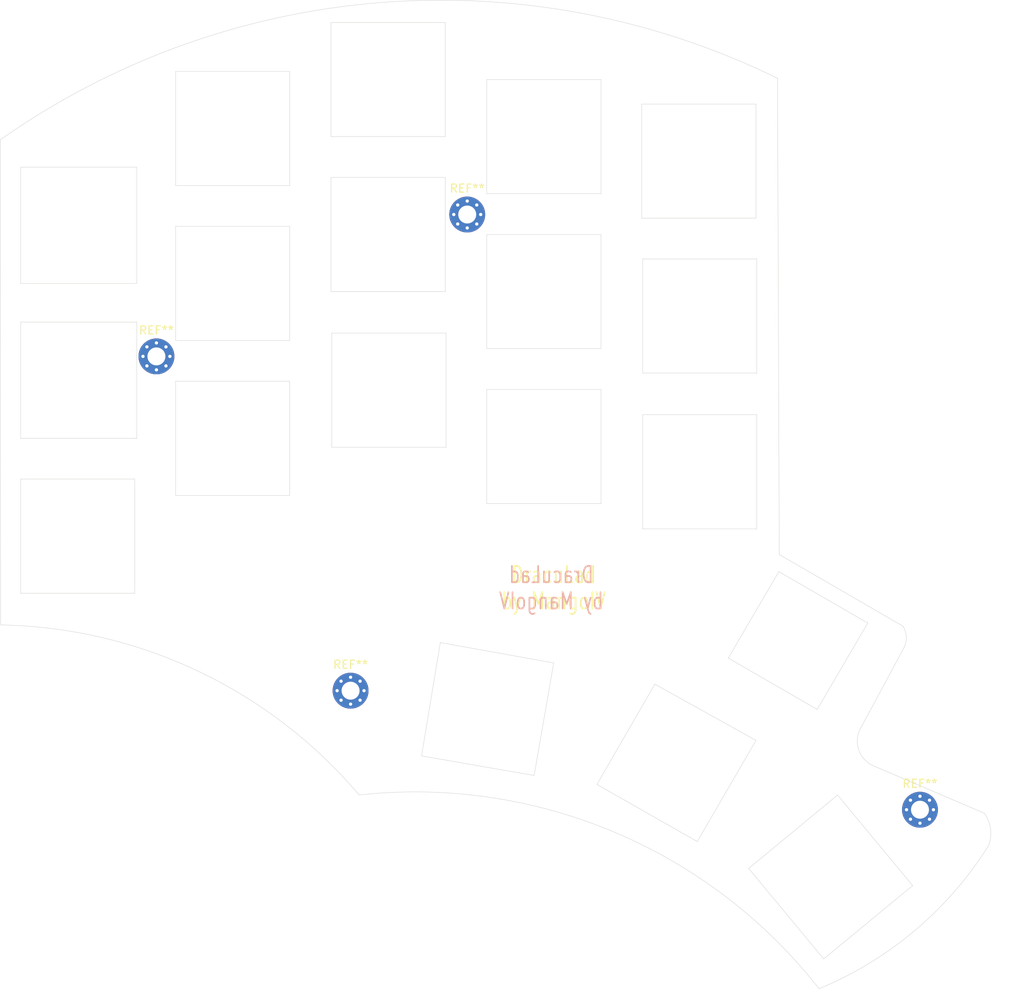
<source format=kicad_pcb>
(kicad_pcb (version 20171130) (host pcbnew 5.1.8)

  (general
    (thickness 1.6)
    (drawings 92)
    (tracks 0)
    (zones 0)
    (modules 6)
    (nets 1)
  )

  (page A4)
  (layers
    (0 F.Cu signal)
    (31 B.Cu signal)
    (32 B.Adhes user)
    (33 F.Adhes user)
    (34 B.Paste user)
    (35 F.Paste user)
    (36 B.SilkS user)
    (37 F.SilkS user)
    (38 B.Mask user)
    (39 F.Mask user)
    (40 Dwgs.User user)
    (41 Cmts.User user)
    (42 Eco1.User user)
    (43 Eco2.User user)
    (44 Edge.Cuts user)
    (45 Margin user)
    (46 B.CrtYd user)
    (47 F.CrtYd user)
    (48 B.Fab user)
    (49 F.Fab user)
  )

  (setup
    (last_trace_width 0.25)
    (trace_clearance 0.2)
    (zone_clearance 0.508)
    (zone_45_only no)
    (trace_min 0.2)
    (via_size 0.8)
    (via_drill 0.4)
    (via_min_size 0.4)
    (via_min_drill 0.3)
    (uvia_size 0.3)
    (uvia_drill 0.1)
    (uvias_allowed no)
    (uvia_min_size 0.2)
    (uvia_min_drill 0.1)
    (edge_width 0.05)
    (segment_width 0.2)
    (pcb_text_width 0.3)
    (pcb_text_size 1.5 1.5)
    (mod_edge_width 0.12)
    (mod_text_size 1 1)
    (mod_text_width 0.15)
    (pad_size 4 4)
    (pad_drill 4)
    (pad_to_mask_clearance 0)
    (aux_axis_origin 0 0)
    (visible_elements FFFFFF7F)
    (pcbplotparams
      (layerselection 0x010f0_ffffffff)
      (usegerberextensions false)
      (usegerberattributes true)
      (usegerberadvancedattributes true)
      (creategerberjobfile true)
      (excludeedgelayer true)
      (linewidth 0.100000)
      (plotframeref false)
      (viasonmask false)
      (mode 1)
      (useauxorigin false)
      (hpglpennumber 1)
      (hpglpenspeed 20)
      (hpglpendiameter 15.000000)
      (psnegative false)
      (psa4output false)
      (plotreference true)
      (plotvalue true)
      (plotinvisibletext false)
      (padsonsilk false)
      (subtractmaskfromsilk false)
      (outputformat 1)
      (mirror false)
      (drillshape 0)
      (scaleselection 1)
      (outputdirectory "../production_files/gerbers_plate/"))
  )

  (net 0 "")

  (net_class Default "This is the default net class."
    (clearance 0.2)
    (trace_width 0.25)
    (via_dia 0.8)
    (via_drill 0.4)
    (uvia_dia 0.3)
    (uvia_drill 0.1)
  )

  (net_class Power ""
    (clearance 0.2)
    (trace_width 0.381)
    (via_dia 0.8)
    (via_drill 0.4)
    (uvia_dia 0.3)
    (uvia_drill 0.1)
  )

  (net_class TRRSData ""
    (clearance 0.2)
    (trace_width 0.381)
    (via_dia 0.8)
    (via_drill 0.4)
    (uvia_dia 0.3)
    (uvia_drill 0.1)
  )

  (module MountingHole:MountingHole_2.2mm_M2_Pad_Via (layer F.Cu) (tedit 56DDB9C7) (tstamp 5FB441D6)
    (at 96.9 85.7)
    (descr "Mounting Hole 2.2mm, M2")
    (tags "mounting hole 2.2mm m2")
    (attr virtual)
    (fp_text reference REF** (at 0 -3.2) (layer F.SilkS)
      (effects (font (size 1 1) (thickness 0.15)))
    )
    (fp_text value MountingHole_2.2mm_M2_Pad_Via (at 0 3.2) (layer F.Fab)
      (effects (font (size 1 1) (thickness 0.15)))
    )
    (fp_circle (center 0 0) (end 2.45 0) (layer F.CrtYd) (width 0.05))
    (fp_circle (center 0 0) (end 2.2 0) (layer Cmts.User) (width 0.15))
    (fp_text user %R (at 0.3 0) (layer F.Fab)
      (effects (font (size 1 1) (thickness 0.15)))
    )
    (pad 1 thru_hole circle (at 1.166726 -1.166726) (size 0.7 0.7) (drill 0.4) (layers *.Cu *.Mask))
    (pad 1 thru_hole circle (at 0 -1.65) (size 0.7 0.7) (drill 0.4) (layers *.Cu *.Mask))
    (pad 1 thru_hole circle (at -1.166726 -1.166726) (size 0.7 0.7) (drill 0.4) (layers *.Cu *.Mask))
    (pad 1 thru_hole circle (at -1.65 0) (size 0.7 0.7) (drill 0.4) (layers *.Cu *.Mask))
    (pad 1 thru_hole circle (at -1.166726 1.166726) (size 0.7 0.7) (drill 0.4) (layers *.Cu *.Mask))
    (pad 1 thru_hole circle (at 0 1.65) (size 0.7 0.7) (drill 0.4) (layers *.Cu *.Mask))
    (pad 1 thru_hole circle (at 1.166726 1.166726) (size 0.7 0.7) (drill 0.4) (layers *.Cu *.Mask))
    (pad 1 thru_hole circle (at 1.65 0) (size 0.7 0.7) (drill 0.4) (layers *.Cu *.Mask))
    (pad 1 thru_hole circle (at 0 0) (size 4.4 4.4) (drill 2.2) (layers *.Cu *.Mask))
  )

  (module MountingHole:MountingHole_2.2mm_M2_Pad_Via (layer F.Cu) (tedit 56DDB9C7) (tstamp 5FB44194)
    (at 120.7 126.7)
    (descr "Mounting Hole 2.2mm, M2")
    (tags "mounting hole 2.2mm m2")
    (attr virtual)
    (fp_text reference REF** (at 0 -3.2) (layer F.SilkS)
      (effects (font (size 1 1) (thickness 0.15)))
    )
    (fp_text value MountingHole_2.2mm_M2_Pad_Via (at 0 3.2) (layer F.Fab)
      (effects (font (size 1 1) (thickness 0.15)))
    )
    (fp_circle (center 0 0) (end 2.45 0) (layer F.CrtYd) (width 0.05))
    (fp_circle (center 0 0) (end 2.2 0) (layer Cmts.User) (width 0.15))
    (fp_text user %R (at 0.3 0) (layer F.Fab)
      (effects (font (size 1 1) (thickness 0.15)))
    )
    (pad 1 thru_hole circle (at 1.166726 -1.166726) (size 0.7 0.7) (drill 0.4) (layers *.Cu *.Mask))
    (pad 1 thru_hole circle (at 0 -1.65) (size 0.7 0.7) (drill 0.4) (layers *.Cu *.Mask))
    (pad 1 thru_hole circle (at -1.166726 -1.166726) (size 0.7 0.7) (drill 0.4) (layers *.Cu *.Mask))
    (pad 1 thru_hole circle (at -1.65 0) (size 0.7 0.7) (drill 0.4) (layers *.Cu *.Mask))
    (pad 1 thru_hole circle (at -1.166726 1.166726) (size 0.7 0.7) (drill 0.4) (layers *.Cu *.Mask))
    (pad 1 thru_hole circle (at 0 1.65) (size 0.7 0.7) (drill 0.4) (layers *.Cu *.Mask))
    (pad 1 thru_hole circle (at 1.166726 1.166726) (size 0.7 0.7) (drill 0.4) (layers *.Cu *.Mask))
    (pad 1 thru_hole circle (at 1.65 0) (size 0.7 0.7) (drill 0.4) (layers *.Cu *.Mask))
    (pad 1 thru_hole circle (at 0 0) (size 4.4 4.4) (drill 2.2) (layers *.Cu *.Mask))
  )

  (module MountingHole:MountingHole_2.2mm_M2_Pad_Via (layer F.Cu) (tedit 56DDB9C7) (tstamp 5FB44155)
    (at 135 68.3)
    (descr "Mounting Hole 2.2mm, M2")
    (tags "mounting hole 2.2mm m2")
    (attr virtual)
    (fp_text reference REF** (at 0 -3.2) (layer F.SilkS)
      (effects (font (size 1 1) (thickness 0.15)))
    )
    (fp_text value MountingHole_2.2mm_M2_Pad_Via (at 0 3.2) (layer F.Fab)
      (effects (font (size 1 1) (thickness 0.15)))
    )
    (fp_circle (center 0 0) (end 2.45 0) (layer F.CrtYd) (width 0.05))
    (fp_circle (center 0 0) (end 2.2 0) (layer Cmts.User) (width 0.15))
    (fp_text user %R (at 0.3 0) (layer F.Fab)
      (effects (font (size 1 1) (thickness 0.15)))
    )
    (pad 1 thru_hole circle (at 1.166726 -1.166726) (size 0.7 0.7) (drill 0.4) (layers *.Cu *.Mask))
    (pad 1 thru_hole circle (at 0 -1.65) (size 0.7 0.7) (drill 0.4) (layers *.Cu *.Mask))
    (pad 1 thru_hole circle (at -1.166726 -1.166726) (size 0.7 0.7) (drill 0.4) (layers *.Cu *.Mask))
    (pad 1 thru_hole circle (at -1.65 0) (size 0.7 0.7) (drill 0.4) (layers *.Cu *.Mask))
    (pad 1 thru_hole circle (at -1.166726 1.166726) (size 0.7 0.7) (drill 0.4) (layers *.Cu *.Mask))
    (pad 1 thru_hole circle (at 0 1.65) (size 0.7 0.7) (drill 0.4) (layers *.Cu *.Mask))
    (pad 1 thru_hole circle (at 1.166726 1.166726) (size 0.7 0.7) (drill 0.4) (layers *.Cu *.Mask))
    (pad 1 thru_hole circle (at 1.65 0) (size 0.7 0.7) (drill 0.4) (layers *.Cu *.Mask))
    (pad 1 thru_hole circle (at 0 0) (size 4.4 4.4) (drill 2.2) (layers *.Cu *.Mask))
  )

  (module MountingHole:MountingHole_2.2mm_M2_Pad_Via (layer F.Cu) (tedit 56DDB9C7) (tstamp 5FB440E5)
    (at 190.5 141.3)
    (descr "Mounting Hole 2.2mm, M2")
    (tags "mounting hole 2.2mm m2")
    (attr virtual)
    (fp_text reference REF** (at 0 -3.2) (layer F.SilkS)
      (effects (font (size 1 1) (thickness 0.15)))
    )
    (fp_text value MountingHole_2.2mm_M2_Pad_Via (at 0 3.2) (layer F.Fab)
      (effects (font (size 1 1) (thickness 0.15)))
    )
    (fp_circle (center 0 0) (end 2.45 0) (layer F.CrtYd) (width 0.05))
    (fp_circle (center 0 0) (end 2.2 0) (layer Cmts.User) (width 0.15))
    (fp_text user %R (at 0.3 0) (layer F.Fab)
      (effects (font (size 1 1) (thickness 0.15)))
    )
    (pad 1 thru_hole circle (at 1.166726 -1.166726) (size 0.7 0.7) (drill 0.4) (layers *.Cu *.Mask))
    (pad 1 thru_hole circle (at 0 -1.65) (size 0.7 0.7) (drill 0.4) (layers *.Cu *.Mask))
    (pad 1 thru_hole circle (at -1.166726 -1.166726) (size 0.7 0.7) (drill 0.4) (layers *.Cu *.Mask))
    (pad 1 thru_hole circle (at -1.65 0) (size 0.7 0.7) (drill 0.4) (layers *.Cu *.Mask))
    (pad 1 thru_hole circle (at -1.166726 1.166726) (size 0.7 0.7) (drill 0.4) (layers *.Cu *.Mask))
    (pad 1 thru_hole circle (at 0 1.65) (size 0.7 0.7) (drill 0.4) (layers *.Cu *.Mask))
    (pad 1 thru_hole circle (at 1.166726 1.166726) (size 0.7 0.7) (drill 0.4) (layers *.Cu *.Mask))
    (pad 1 thru_hole circle (at 1.65 0) (size 0.7 0.7) (drill 0.4) (layers *.Cu *.Mask))
    (pad 1 thru_hole circle (at 0 0) (size 4.4 4.4) (drill 2.2) (layers *.Cu *.Mask))
  )

  (module graphics:aset (layer B.Cu) (tedit 0) (tstamp 5FB41677)
    (at 125.25 113.25 180)
    (fp_text reference G*** (at 0 0) (layer B.SilkS) hide
      (effects (font (size 1.524 1.524) (thickness 0.3)) (justify mirror))
    )
    (fp_text value LOGO (at 0.75 0) (layer B.SilkS) hide
      (effects (font (size 1.524 1.524) (thickness 0.3)) (justify mirror))
    )
    (fp_poly (pts (xy -3.627864 5.093332) (xy -3.588699 5.058722) (xy -3.548374 5.003969) (xy -3.50872 4.931469)
      (xy -3.479421 4.8641) (xy -3.446449 4.771329) (xy -3.411824 4.657105) (xy -3.376472 4.525245)
      (xy -3.341321 4.379566) (xy -3.307296 4.223884) (xy -3.275324 4.062015) (xy -3.249702 3.91795)
      (xy -3.239231 3.85859) (xy -3.22638 3.789651) (xy -3.214392 3.728385) (xy -3.19405 3.62772)
      (xy -3.06705 3.604867) (xy -3.005713 3.593635) (xy -2.946969 3.582542) (xy -2.899742 3.573288)
      (xy -2.8829 3.56981) (xy -2.831777 3.560061) (xy -2.777274 3.551314) (xy -2.766228 3.549795)
      (xy -2.706706 3.541985) (xy -2.638175 3.660118) (xy -2.59907 3.727512) (xy -2.555611 3.80239)
      (xy -2.510543 3.880021) (xy -2.466611 3.955678) (xy -2.426561 4.024634) (xy -2.393138 4.082159)
      (xy -2.369089 4.123526) (xy -2.365186 4.130234) (xy -2.325945 4.193683) (xy -2.27646 4.267699)
      (xy -2.220464 4.347234) (xy -2.161694 4.42724) (xy -2.103885 4.502671) (xy -2.050771 4.568477)
      (xy -2.006089 4.619611) (xy -1.99292 4.633322) (xy -1.924706 4.692917) (xy -1.860095 4.732111)
      (xy -1.800984 4.750384) (xy -1.749274 4.747217) (xy -1.706863 4.722092) (xy -1.699057 4.713671)
      (xy -1.678927 4.685857) (xy -1.661069 4.652024) (xy -1.645326 4.61057) (xy -1.631538 4.559896)
      (xy -1.619547 4.4984) (xy -1.609194 4.424484) (xy -1.600321 4.336546) (xy -1.592769 4.232987)
      (xy -1.586379 4.112205) (xy -1.580993 3.972601) (xy -1.576452 3.812575) (xy -1.572598 3.630525)
      (xy -1.569271 3.424852) (xy -1.568935 3.401016) (xy -1.566829 3.262909) (xy -1.564492 3.14757)
      (xy -1.561608 3.052371) (xy -1.557859 2.974681) (xy -1.552929 2.911869) (xy -1.546503 2.861304)
      (xy -1.538263 2.820358) (xy -1.527893 2.786398) (xy -1.515077 2.756795) (xy -1.499499 2.728918)
      (xy -1.485457 2.707027) (xy -1.442659 2.6356) (xy -1.399011 2.55073) (xy -1.359256 2.462498)
      (xy -1.328134 2.380984) (xy -1.319943 2.355179) (xy -1.310362 2.318206) (xy -1.302928 2.277477)
      (xy -1.297216 2.228527) (xy -1.292802 2.16689) (xy -1.289262 2.088101) (xy -1.286632 2.004646)
      (xy -1.283958 1.924822) (xy -1.280684 1.853144) (xy -1.277066 1.793679) (xy -1.273362 1.75049)
      (xy -1.269828 1.727642) (xy -1.269023 1.725619) (xy -1.260746 1.718386) (xy -1.246058 1.71705)
      (xy -1.221931 1.722634) (xy -1.185336 1.736161) (xy -1.133245 1.758654) (xy -1.062628 1.791138)
      (xy -1.030504 1.806221) (xy -0.967631 1.835787) (xy -0.904355 1.865439) (xy -0.849242 1.891168)
      (xy -0.81915 1.90514) (xy -0.772194 1.926926) (xy -0.712593 1.954682) (xy -0.650694 1.983585)
      (xy -0.62865 1.9939) (xy -0.568597 2.021989) (xy -0.506896 2.050793) (xy -0.453896 2.075483)
      (xy -0.43815 2.0828) (xy -0.391192 2.104652) (xy -0.331588 2.132461) (xy -0.269687 2.161396)
      (xy -0.24765 2.171713) (xy -0.153602 2.215614) (xy -0.06643 2.256016) (xy 0.011144 2.291679)
      (xy 0.076397 2.321364) (xy 0.126605 2.343833) (xy 0.159046 2.357844) (xy 0.17084 2.3622)
      (xy 0.183915 2.367161) (xy 0.214291 2.380372) (xy 0.25626 2.399331) (xy 0.272176 2.40665)
      (xy 0.316915 2.427009) (xy 0.352143 2.442463) (xy 0.372088 2.450502) (xy 0.374356 2.4511)
      (xy 0.388145 2.455924) (xy 0.41821 2.468504) (xy 0.453677 2.484165) (xy 0.490154 2.500564)
      (xy 0.519974 2.513742) (xy 0.548148 2.525738) (xy 0.579691 2.538593) (xy 0.619616 2.554349)
      (xy 0.672935 2.575046) (xy 0.744661 2.602724) (xy 0.7493 2.604513) (xy 0.84275 2.640439)
      (xy 0.91631 2.668205) (xy 0.973763 2.688855) (xy 1.018893 2.703431) (xy 1.055484 2.712978)
      (xy 1.087318 2.718538) (xy 1.118181 2.721154) (xy 1.151855 2.72187) (xy 1.17475 2.721823)
      (xy 1.260826 2.716289) (xy 1.339607 2.698877) (xy 1.42147 2.666927) (xy 1.457703 2.649329)
      (xy 1.562481 2.585524) (xy 1.672391 2.498286) (xy 1.7864 2.388825) (xy 1.903475 2.258349)
      (xy 2.022583 2.108066) (xy 2.142692 1.939184) (xy 2.262769 1.752913) (xy 2.351992 1.602859)
      (xy 2.380185 1.552266) (xy 2.416685 1.484424) (xy 2.459333 1.403561) (xy 2.505971 1.313906)
      (xy 2.554438 1.219684) (xy 2.602577 1.125124) (xy 2.648228 1.034452) (xy 2.689232 0.951896)
      (xy 2.72343 0.881683) (xy 2.748663 0.828042) (xy 2.755488 0.8128) (xy 2.784566 0.74706)
      (xy 2.823493 0.660209) (xy 2.872624 0.55146) (xy 2.897068 0.497565) (xy 2.914053 0.458387)
      (xy 2.935698 0.406057) (xy 2.957632 0.351164) (xy 2.959975 0.345165) (xy 2.98591 0.279238)
      (xy 3.006281 0.229187) (xy 3.02436 0.187074) (xy 3.034203 0.1651) (xy 3.048062 0.130433)
      (xy 3.062142 0.088806) (xy 3.074328 0.047508) (xy 3.082506 0.013829) (xy 3.084561 -0.004944)
      (xy 3.083953 -0.006379) (xy 3.070862 -0.003329) (xy 3.038531 0.009354) (xy 2.990525 0.030117)
      (xy 2.930409 0.057412) (xy 2.86175 0.089688) (xy 2.849678 0.095465) (xy 2.778325 0.129616)
      (xy 2.713532 0.16046) (xy 2.659268 0.18612) (xy 2.619505 0.204721) (xy 2.59821 0.214385)
      (xy 2.59715 0.214829) (xy 2.565141 0.228059) (xy 2.54 0.238583) (xy 2.455103 0.271793)
      (xy 2.35509 0.30684) (xy 2.249737 0.340506) (xy 2.148819 0.369577) (xy 2.11455 0.378528)
      (xy 2.025637 0.400145) (xy 1.953471 0.415331) (xy 1.890523 0.425138) (xy 1.829269 0.43062)
      (xy 1.76218 0.432831) (xy 1.725221 0.43304) (xy 1.649803 0.431712) (xy 1.591593 0.427133)
      (xy 1.5425 0.418328) (xy 1.4986 0.40571) (xy 1.366864 0.354329) (xy 1.252315 0.291569)
      (xy 1.147695 0.212962) (xy 1.075697 0.145319) (xy 0.989439 0.042023) (xy 0.926034 -0.070469)
      (xy 0.886827 -0.182861) (xy 0.869715 -0.239277) (xy 0.853375 -0.272433) (xy 0.836173 -0.284358)
      (xy 0.816475 -0.277078) (xy 0.81309 -0.274358) (xy 0.795871 -0.259658) (xy 0.764198 -0.232575)
      (xy 0.722909 -0.197247) (xy 0.6858 -0.165484) (xy 0.564717 -0.067879) (xy 0.449715 0.011047)
      (xy 0.33439 0.074734) (xy 0.212338 0.126625) (xy 0.077153 0.17016) (xy 0.04445 0.179108)
      (xy -0.004918 0.187869) (xy -0.070453 0.193499) (xy -0.144722 0.195995) (xy -0.220288 0.195352)
      (xy -0.289717 0.191566) (xy -0.345574 0.184633) (xy -0.3683 0.17933) (xy -0.494032 0.128384)
      (xy -0.616218 0.053515) (xy -0.735715 -0.045848) (xy -0.79643 -0.106702) (xy -0.883179 -0.206275)
      (xy -0.958516 -0.310192) (xy -1.026416 -0.424728) (xy -1.090855 -0.556159) (xy -1.112946 -0.606425)
      (xy -1.127567 -0.633844) (xy -1.14041 -0.647392) (xy -1.141916 -0.6477) (xy -1.154728 -0.637747)
      (xy -1.173647 -0.612708) (xy -1.181585 -0.600075) (xy -1.205838 -0.558603) (xy -1.232878 -0.511264)
      (xy -1.241838 -0.4953) (xy -1.27519 -0.439734) (xy -1.319504 -0.371825) (xy -1.369687 -0.298911)
      (xy -1.420644 -0.228329) (xy -1.46728 -0.167418) (xy -1.482218 -0.149045) (xy -1.535633 -0.091187)
      (xy -1.601323 -0.029724) (xy -1.672734 0.029961) (xy -1.74331 0.082486) (xy -1.806497 0.122468)
      (xy -1.824318 0.131849) (xy -1.933182 0.180836) (xy -2.029101 0.212518) (xy -2.117574 0.227053)
      (xy -2.204103 0.224596) (xy -2.294189 0.205306) (xy -2.393331 0.169339) (xy -2.438825 0.149375)
      (xy -2.491076 0.1256) (xy -2.546424 0.100523) (xy -2.57175 0.089093) (xy -2.618141 0.068187)
      (xy -2.674082 0.042958) (xy -2.7178 0.023227) (xy -2.762927 0.0029) (xy -2.801743 -0.0145)
      (xy -2.82575 -0.025165) (xy -2.915674 -0.055465) (xy -3.023665 -0.077237) (xy -3.143864 -0.090474)
      (xy -3.270409 -0.095167) (xy -3.397439 -0.091307) (xy -3.519094 -0.078888) (xy -3.629514 -0.0579)
      (xy -3.722836 -0.028335) (xy -3.72745 -0.026421) (xy -3.799639 0.006179) (xy -3.880664 0.046276)
      (xy -3.961588 0.08919) (xy -4.033471 0.130241) (xy -4.069837 0.152872) (xy -4.125246 0.191607)
      (xy -4.179156 0.235206) (xy -4.234803 0.286854) (xy -4.295422 0.349736) (xy -4.364248 0.427038)
      (xy -4.443554 0.520784) (xy -4.490042 0.576227) (xy -4.532601 0.6261) (xy -4.567841 0.666499)
      (xy -4.592374 0.693518) (xy -4.600536 0.701675) (xy -4.61323 0.710247) (xy -4.631564 0.716286)
      (xy -4.659664 0.720188) (xy -4.701658 0.722349) (xy -4.761671 0.723163) (xy -4.824232 0.723116)
      (xy -4.933959 0.720981) (xy -5.04859 0.715721) (xy -5.163005 0.707805) (xy -5.272082 0.697704)
      (xy -5.3707 0.685884) (xy -5.453736 0.672817) (xy -5.5118 0.660141) (xy -5.614177 0.631504)
      (xy -5.701836 0.603839) (xy -5.783754 0.573835) (xy -5.868905 0.538181) (xy -5.966264 0.493566)
      (xy -5.976734 0.488618) (xy -6.031169 0.463697) (xy -6.080416 0.44269) (xy -6.117941 0.428303)
      (xy -6.133653 0.423635) (xy -6.149972 0.421345) (xy -6.161184 0.425345) (xy -6.169692 0.440135)
      (xy -6.177901 0.470215) (xy -6.188217 0.520085) (xy -6.190002 0.529083) (xy -6.216412 0.660023)
      (xy -6.239682 0.769135) (xy -6.260861 0.859646) (xy -6.280994 0.934781) (xy -6.301128 0.997766)
      (xy -6.322309 1.051826) (xy -6.345585 1.100186) (xy -6.372001 1.146073) (xy -6.402606 1.192712)
      (xy -6.407746 1.20015) (xy -6.45029 1.255989) (xy -6.502825 1.316781) (xy -6.560809 1.378037)
      (xy -6.619703 1.435269) (xy -6.674965 1.483989) (xy -6.722056 1.519707) (xy -6.744449 1.533006)
      (xy -6.795798 1.556804) (xy -6.844228 1.574513) (xy -6.894571 1.586812) (xy -6.951659 1.594379)
      (xy -7.020326 1.597891) (xy -7.105402 1.598029) (xy -7.193316 1.596025) (xy -7.314657 1.590877)
      (xy -7.417147 1.582348) (xy -7.507252 1.569125) (xy -7.591435 1.549899) (xy -7.676162 1.523356)
      (xy -7.767897 1.488185) (xy -7.808378 1.471247) (xy -7.861256 1.452108) (xy -7.896902 1.448334)
      (xy -7.91864 1.460371) (xy -7.929563 1.487488) (xy -7.933975 1.522516) (xy -7.936857 1.570265)
      (xy -7.937501 1.60349) (xy -7.947881 1.710266) (xy -7.977468 1.824381) (xy -8.023934 1.939707)
      (xy -8.08495 2.050115) (xy -8.13351 2.119189) (xy -8.238456 2.236362) (xy -8.353962 2.330601)
      (xy -8.481014 2.4025) (xy -8.6206 2.452653) (xy -8.7249 2.474916) (xy -8.953218 2.502032)
      (xy -9.199481 2.51316) (xy -9.461908 2.508313) (xy -9.738717 2.487501) (xy -9.911483 2.467287)
      (xy -9.961416 2.460692) (xy -9.912508 2.528921) (xy -9.872091 2.580463) (xy -9.814372 2.646941)
      (xy -9.741155 2.72656) (xy -9.654248 2.817523) (xy -9.555456 2.918035) (xy -9.446587 3.0263)
      (xy -9.329445 3.14052) (xy -9.205838 3.258901) (xy -9.077572 3.379645) (xy -8.946452 3.500958)
      (xy -8.814285 3.621042) (xy -8.8138 3.621479) (xy -8.599097 3.805137) (xy -8.389076 3.965274)
      (xy -8.182165 4.102988) (xy -7.976792 4.219375) (xy -7.908452 4.253599) (xy -7.777974 4.313646)
      (xy -7.663703 4.359073) (xy -7.561915 4.391004) (xy -7.468888 4.410565) (xy -7.380896 4.418879)
      (xy -7.35965 4.419329) (xy -7.30562 4.417766) (xy -7.26341 4.410091) (xy -7.22015 4.393196)
      (xy -7.190587 4.378506) (xy -7.143126 4.351179) (xy -7.088862 4.314426) (xy -7.026208 4.266913)
      (xy -6.953576 4.20731) (xy -6.86938 4.134282) (xy -6.772032 4.046498) (xy -6.659944 3.942625)
      (xy -6.566543 3.854584) (xy -6.522722 3.813157) (xy -6.484793 3.777517) (xy -6.45706 3.751695)
      (xy -6.44434 3.74015) (xy -6.432604 3.728945) (xy -6.404602 3.701634) (xy -6.362125 3.659977)
      (xy -6.306961 3.605735) (xy -6.240899 3.540669) (xy -6.165728 3.46654) (xy -6.083237 3.385108)
      (xy -5.995214 3.298135) (xy -5.979854 3.28295) (xy -5.831534 3.136548) (xy -5.700084 3.007339)
      (xy -5.584542 2.89443) (xy -5.483944 2.796927) (xy -5.397329 2.713936) (xy -5.323734 2.644564)
      (xy -5.262195 2.587916) (xy -5.211751 2.5431) (xy -5.171439 2.50922) (xy -5.140295 2.485384)
      (xy -5.117359 2.470697) (xy -5.101666 2.464267) (xy -5.097592 2.4638) (xy -5.084733 2.474852)
      (xy -5.074229 2.501788) (xy -5.073502 2.505075) (xy -5.039045 2.623068) (xy -4.983682 2.748624)
      (xy -4.909421 2.878352) (xy -4.818271 3.008858) (xy -4.71224 3.136749) (xy -4.676814 3.175175)
      (xy -4.632196 3.223074) (xy -4.592176 3.267316) (xy -4.561043 3.303071) (xy -4.543092 3.325511)
      (xy -4.542778 3.325963) (xy -4.507165 3.38464) (xy -4.469957 3.460172) (xy -4.430263 3.554656)
      (xy -4.387194 3.670187) (xy -4.347898 3.7846) (xy -4.334729 3.82272) (xy -4.31592 3.875429)
      (xy -4.294763 3.933539) (xy -4.28645 3.95605) (xy -4.262583 4.020842) (xy -4.237128 4.090671)
      (xy -4.214747 4.152734) (xy -4.210155 4.1656) (xy -4.189878 4.222195) (xy -4.17463 4.263329)
      (xy -4.161087 4.297529) (xy -4.145926 4.33332) (xy -4.135145 4.35802) (xy -4.122224 4.389138)
      (xy -4.115216 4.409264) (xy -4.1148 4.411677) (xy -4.109876 4.426001) (xy -4.096905 4.45692)
      (xy -4.07859 4.498017) (xy -4.0767 4.502151) (xy -4.058013 4.543971) (xy -4.044425 4.57632)
      (xy -4.038645 4.592727) (xy -4.0386 4.593207) (xy -4.032507 4.61277) (xy -4.015863 4.649646)
      (xy -3.991125 4.699329) (xy -3.960746 4.757314) (xy -3.927182 4.819095) (xy -3.892889 4.880168)
      (xy -3.860321 4.936026) (xy -3.831933 4.982164) (xy -3.810181 5.014078) (xy -3.807095 5.018044)
      (xy -3.779034 5.044892) (xy -3.740886 5.071912) (xy -3.701484 5.093711) (xy -3.66966 5.104895)
      (xy -3.664033 5.1054) (xy -3.627864 5.093332)) (layer B.Mask) (width 0.01))
    (fp_poly (pts (xy 2.429168 8.720994) (xy 2.447925 8.719015) (xy 2.495178 8.711908) (xy 2.555915 8.700847)
      (xy 2.618948 8.687908) (xy 2.63525 8.684284) (xy 2.691962 8.67144) (xy 2.744512 8.659568)
      (xy 2.784218 8.650628) (xy 2.794 8.648437) (xy 2.887689 8.626387) (xy 2.998896 8.598338)
      (xy 3.120941 8.566021) (xy 3.247149 8.53117) (xy 3.25755 8.528232) (xy 3.31388 8.512352)
      (xy 3.366162 8.497716) (xy 3.405893 8.486699) (xy 3.4163 8.483857) (xy 3.541351 8.447593)
      (xy 3.683264 8.402333) (xy 3.836096 8.350258) (xy 3.9939 8.29355) (xy 4.150731 8.23439)
      (xy 4.300644 8.174962) (xy 4.437694 8.117445) (xy 4.54025 8.071401) (xy 4.936653 7.875082)
      (xy 5.314407 7.664595) (xy 5.676138 7.438096) (xy 6.024472 7.193741) (xy 6.362037 6.929687)
      (xy 6.691459 6.644091) (xy 7.015367 6.33511) (xy 7.01675 6.33373) (xy 7.085945 6.264324)
      (xy 7.152086 6.197343) (xy 7.212179 6.135866) (xy 7.263231 6.082975) (xy 7.302246 6.041753)
      (xy 7.32623 6.015278) (xy 7.326397 6.015083) (xy 7.364376 5.971219) (xy 7.404187 5.926143)
      (xy 7.428527 5.89915) (xy 7.479117 5.841937) (xy 7.541107 5.76876) (xy 7.610847 5.684118)
      (xy 7.684692 5.592511) (xy 7.758992 5.498439) (xy 7.830102 5.406402) (xy 7.860944 5.365711)
      (xy 8.122959 4.997874) (xy 8.364563 4.617353) (xy 8.587486 4.221349) (xy 8.687884 4.0259)
      (xy 8.727208 3.94635) (xy 8.763804 3.871065) (xy 8.796074 3.80345) (xy 8.822418 3.746908)
      (xy 8.841237 3.704845) (xy 8.850933 3.680665) (xy 8.8519 3.67668) (xy 8.85672 3.663035)
      (xy 8.869292 3.633082) (xy 8.884964 3.597623) (xy 8.908111 3.546097) (xy 8.925113 3.507505)
      (xy 8.939688 3.473015) (xy 8.955555 3.433798) (xy 8.976433 3.381024) (xy 8.980046 3.37185)
      (xy 9.000357 3.319012) (xy 9.024729 3.253647) (xy 9.051364 3.1808) (xy 9.078462 3.105515)
      (xy 9.104223 3.032837) (xy 9.126849 2.96781) (xy 9.14454 2.915479) (xy 9.155496 2.880889)
      (xy 9.156718 2.87655) (xy 9.165275 2.84697) (xy 9.179049 2.801487) (xy 9.195518 2.748392)
      (xy 9.20115 2.7305) (xy 9.225644 2.651942) (xy 9.244179 2.589685) (xy 9.258991 2.535987)
      (xy 9.270835 2.4892) (xy 9.28078 2.450935) (xy 9.294197 2.402319) (xy 9.30206 2.3749)
      (xy 9.316774 2.321215) (xy 9.330838 2.26477) (xy 9.3361 2.24155) (xy 9.346441 2.193811)
      (xy 9.356447 2.148126) (xy 9.359664 2.1336) (xy 9.383611 2.023427) (xy 9.405099 1.919312)
      (xy 9.422899 1.827406) (xy 9.435777 1.75386) (xy 9.435979 1.7526) (xy 9.445355 1.695017)
      (xy 9.455034 1.637265) (xy 9.462569 1.59385) (xy 9.4836 1.458062) (xy 9.502281 1.300273)
      (xy 9.5184 1.123796) (xy 9.531742 0.931939) (xy 9.542094 0.728014) (xy 9.549243 0.515332)
      (xy 9.552975 0.297202) (xy 9.553494 0.18415) (xy 9.549603 -0.14125) (xy 9.5376 -0.445723)
      (xy 9.517264 -0.732484) (xy 9.488371 -1.004752) (xy 9.455158 -1.23825) (xy 9.444992 -1.301765)
      (xy 9.434915 -1.364703) (xy 9.426519 -1.417119) (xy 9.423637 -1.4351) (xy 9.416473 -1.475387)
      (xy 9.405368 -1.532678) (xy 9.391872 -1.599176) (xy 9.378261 -1.6637) (xy 9.364332 -1.728474)
      (xy 9.351513 -1.788227) (xy 9.341209 -1.836408) (xy 9.334822 -1.866464) (xy 9.33473 -1.8669)
      (xy 9.302689 -2.003759) (xy 9.260755 -2.158653) (xy 9.210503 -2.326951) (xy 9.153505 -2.504023)
      (xy 9.091337 -2.685239) (xy 9.025571 -2.865969) (xy 8.957782 -3.041582) (xy 8.889543 -3.207449)
      (xy 8.842712 -3.314475) (xy 8.81751 -3.369075) (xy 8.784864 -3.437761) (xy 8.747064 -3.515905)
      (xy 8.706406 -3.598881) (xy 8.665182 -3.682059) (xy 8.625686 -3.760814) (xy 8.590212 -3.830518)
      (xy 8.561051 -3.886542) (xy 8.540499 -3.924261) (xy 8.540477 -3.9243) (xy 8.511499 -3.975007)
      (xy 8.482351 -4.026244) (xy 8.460991 -4.064) (xy 8.324951 -4.293616) (xy 8.171037 -4.531916)
      (xy 8.002823 -4.773979) (xy 7.823885 -5.014884) (xy 7.637798 -5.24971) (xy 7.448139 -5.473538)
      (xy 7.385916 -5.54355) (xy 7.332265 -5.601761) (xy 7.264262 -5.67338) (xy 7.185968 -5.754313)
      (xy 7.101441 -5.840468) (xy 7.01474 -5.927753) (xy 6.929926 -6.012077) (xy 6.851056 -6.089346)
      (xy 6.78219 -6.155469) (xy 6.738162 -6.196555) (xy 6.617723 -6.303622) (xy 6.481002 -6.419596)
      (xy 6.333405 -6.540161) (xy 6.180336 -6.661001) (xy 6.027201 -6.777799) (xy 5.879404 -6.88624)
      (xy 5.83454 -6.918173) (xy 5.792442 -6.947242) (xy 5.738431 -6.983557) (xy 5.675901 -7.024939)
      (xy 5.608244 -7.069206) (xy 5.538852 -7.114177) (xy 5.471117 -7.157672) (xy 5.408433 -7.19751)
      (xy 5.354191 -7.231509) (xy 5.311783 -7.25749) (xy 5.284603 -7.27327) (xy 5.276238 -7.2771)
      (xy 5.262766 -7.283302) (xy 5.235534 -7.299073) (xy 5.218183 -7.309807) (xy 5.142474 -7.35544)
      (xy 5.048343 -7.40867) (xy 4.940626 -7.466879) (xy 4.824155 -7.527448) (xy 4.71805 -7.580725)
      (xy 4.646258 -7.615879) (xy 4.573973 -7.650775) (xy 4.504968 -7.683646) (xy 4.443014 -7.712724)
      (xy 4.391883 -7.736242) (xy 4.355348 -7.752431) (xy 4.337179 -7.759525) (xy 4.336159 -7.7597)
      (xy 4.322201 -7.76451) (xy 4.293398 -7.7767) (xy 4.276586 -7.784234) (xy 4.180837 -7.825589)
      (xy 4.065948 -7.871477) (xy 3.937345 -7.919982) (xy 3.800456 -7.969188) (xy 3.660708 -8.017179)
      (xy 3.523529 -8.062039) (xy 3.394344 -8.101851) (xy 3.302 -8.128339) (xy 3.089134 -8.185058)
      (xy 2.894194 -8.232939) (xy 2.711766 -8.27317) (xy 2.536441 -8.306942) (xy 2.362806 -8.335446)
      (xy 2.35585 -8.336489) (xy 2.310803 -8.343068) (xy 2.266603 -8.349129) (xy 2.21934 -8.35512)
      (xy 2.165104 -8.36149) (xy 2.099985 -8.368689) (xy 2.020073 -8.377165) (xy 1.921458 -8.387367)
      (xy 1.8415 -8.395543) (xy 1.804649 -8.398048) (xy 1.745459 -8.400512) (xy 1.666989 -8.402902)
      (xy 1.572301 -8.405183) (xy 1.464455 -8.407322) (xy 1.34651 -8.409282) (xy 1.221527 -8.411032)
      (xy 1.092567 -8.412536) (xy 0.962691 -8.41376) (xy 0.834957 -8.414669) (xy 0.712428 -8.415231)
      (xy 0.598162 -8.41541) (xy 0.495222 -8.415172) (xy 0.406666 -8.414484) (xy 0.335555 -8.41331)
      (xy 0.31115 -8.412649) (xy 0.184917 -8.406692) (xy 0.041855 -8.396606) (xy -0.11119 -8.38311)
      (xy -0.26737 -8.366922) (xy -0.419837 -8.34876) (xy -0.561745 -8.329344) (xy -0.686244 -8.309392)
      (xy -0.70485 -8.306059) (xy -0.788815 -8.290081) (xy -0.882506 -8.271127) (xy -0.981085 -8.250282)
      (xy -1.079718 -8.228629) (xy -1.173567 -8.207254) (xy -1.257796 -8.187241) (xy -1.327568 -8.169675)
      (xy -1.378048 -8.15564) (xy -1.3843 -8.153703) (xy -1.416477 -8.144046) (xy -1.458765 -8.13199)
      (xy -1.4732 -8.128) (xy -1.515628 -8.116053) (xy -1.55296 -8.105004) (xy -1.5621 -8.102143)
      (xy -1.591485 -8.093118) (xy -1.634571 -8.080361) (xy -1.67005 -8.070081) (xy -1.79851 -8.030972)
      (xy -1.938427 -7.984416) (xy -2.078494 -7.934228) (xy -2.12725 -7.915824) (xy -2.177136 -7.896645)
      (xy -2.211229 -7.883287) (xy -2.237478 -7.872548) (xy -2.263833 -7.861228) (xy -2.27522 -7.856244)
      (xy -2.306468 -7.843313) (xy -2.326851 -7.83631) (xy -2.329333 -7.8359) (xy -2.344602 -7.831127)
      (xy -2.374349 -7.819046) (xy -2.390914 -7.811789) (xy -2.434493 -7.792561) (xy -2.486425 -7.770038)
      (xy -2.5146 -7.757979) (xy -2.596885 -7.721215) (xy -2.696033 -7.674041) (xy -2.807393 -7.618907)
      (xy -2.926315 -7.558261) (xy -3.048147 -7.494554) (xy -3.168238 -7.430233) (xy -3.281938 -7.367748)
      (xy -3.384597 -7.309548) (xy -3.471562 -7.258083) (xy -3.513422 -7.232001) (xy -3.549704 -7.20939)
      (xy -3.576876 -7.193571) (xy -3.588371 -7.1882) (xy -3.601544 -7.181296) (xy -3.632466 -7.161974)
      (xy -3.678031 -7.132321) (xy -3.735137 -7.09442) (xy -3.800678 -7.050358) (xy -3.871552 -7.00222)
      (xy -3.944653 -6.952091) (xy -4.016877 -6.902056) (xy -4.0767 -6.860144) (xy -4.143086 -6.812566)
      (xy -4.21825 -6.757404) (xy -4.298093 -6.697789) (xy -4.378514 -6.636856) (xy -4.455414 -6.577736)
      (xy -4.524692 -6.523563) (xy -4.582248 -6.477468) (xy -4.623982 -6.442584) (xy -4.629062 -6.438124)
      (xy -4.652742 -6.41754) (xy -4.691059 -6.384703) (xy -4.739213 -6.343711) (xy -4.792402 -6.298658)
      (xy -4.80695 -6.286374) (xy -4.870276 -6.230739) (xy -4.947416 -6.159397) (xy -5.035217 -6.075541)
      (xy -5.130526 -5.982365) (xy -5.230188 -5.88306) (xy -5.331049 -5.780821) (xy -5.429955 -5.67884)
      (xy -5.523753 -5.58031) (xy -5.609288 -5.488424) (xy -5.683407 -5.406375) (xy -5.735122 -5.3467)
      (xy -5.931992 -5.10573) (xy -6.108557 -4.873591) (xy -6.267018 -4.647339) (xy -6.334679 -4.54405)
      (xy -6.567302 -4.15876) (xy -6.781423 -3.757762) (xy -6.977716 -3.339745) (xy -7.082254 -3.09245)
      (xy -7.11628 -3.008745) (xy -7.142083 -2.945289) (xy -7.161006 -2.898803) (xy -7.174394 -2.866004)
      (xy -7.183589 -2.843612) (xy -7.189934 -2.828347) (xy -7.194773 -2.816928) (xy -7.199449 -2.806073)
      (xy -7.20055 -2.803525) (xy -7.223384 -2.74763) (xy -7.251553 -2.673955) (xy -7.282725 -2.588931)
      (xy -7.314564 -2.498991) (xy -7.344738 -2.410569) (xy -7.360608 -2.362353) (xy -7.38061 -2.29539)
      (xy -7.389939 -2.250729) (xy -7.388689 -2.227669) (xy -7.379117 -2.224616) (xy -7.367223 -2.23431)
      (xy -7.339705 -2.259599) (xy -7.298965 -2.298185) (xy -7.247405 -2.34777) (xy -7.187428 -2.406055)
      (xy -7.121437 -2.470742) (xy -7.109144 -2.48285) (xy -7.000484 -2.589705) (xy -6.907254 -2.680793)
      (xy -6.82703 -2.758411) (xy -6.757391 -2.824861) (xy -6.695911 -2.882439) (xy -6.640168 -2.933447)
      (xy -6.587739 -2.980182) (xy -6.553328 -3.010188) (xy -6.509504 -3.048212) (xy -6.470434 -3.082335)
      (xy -6.441814 -3.10757) (xy -6.432678 -3.115777) (xy -6.411974 -3.133224) (xy -6.37524 -3.16276)
      (xy -6.32668 -3.201121) (xy -6.270499 -3.245042) (xy -6.210903 -3.291261) (xy -6.152095 -3.336513)
      (xy -6.098281 -3.377534) (xy -6.053665 -3.41106) (xy -6.028534 -3.429492) (xy -5.988201 -3.458857)
      (xy -5.950763 -3.486697) (xy -5.933284 -3.500042) (xy -5.91202 -3.515081) (xy -5.873266 -3.541025)
      (xy -5.821025 -3.575252) (xy -5.759303 -3.615138) (xy -5.692107 -3.658058) (xy -5.6896 -3.659649)
      (xy -5.610433 -3.709793) (xy -5.547297 -3.749439) (xy -5.494853 -3.781822) (xy -5.447765 -3.810175)
      (xy -5.400694 -3.837732) (xy -5.348303 -3.867727) (xy -5.31495 -3.886625) (xy -5.247142 -3.923386)
      (xy -5.162338 -3.966958) (xy -5.066933 -4.014253) (xy -4.967325 -4.062182) (xy -4.869907 -4.107656)
      (xy -4.781077 -4.147586) (xy -4.7244 -4.171844) (xy -4.676316 -4.191852) (xy -4.632154 -4.210299)
      (xy -4.60375 -4.222235) (xy -4.491056 -4.267518) (xy -4.362627 -4.314518) (xy -4.214026 -4.364854)
      (xy -4.2037 -4.368235) (xy -4.10354 -4.400339) (xy -4.009198 -4.429379) (xy -3.925294 -4.453998)
      (xy -3.856448 -4.472837) (xy -3.81 -4.483977) (xy -3.776848 -4.491446) (xy -3.728155 -4.503035)
      (xy -3.672987 -4.516577) (xy -3.6576 -4.520427) (xy -3.571656 -4.541727) (xy -3.504674 -4.557569)
      (xy -3.451118 -4.569211) (xy -3.405456 -4.577913) (xy -3.4036 -4.578238) (xy -3.372276 -4.583703)
      (xy -3.323607 -4.592195) (xy -3.265272 -4.602374) (xy -3.2258 -4.609263) (xy -3.175848 -4.617828)
      (xy -3.128918 -4.625455) (xy -3.080358 -4.632795) (xy -3.025518 -4.640502) (xy -2.959747 -4.649226)
      (xy -2.878393 -4.65962) (xy -2.776804 -4.672336) (xy -2.7686 -4.673357) (xy -2.723064 -4.678253)
      (xy -2.657809 -4.684224) (xy -2.578471 -4.69081) (xy -2.490684 -4.697546) (xy -2.400085 -4.703971)
      (xy -2.375883 -4.705591) (xy -1.98207 -4.722077) (xy -1.587338 -4.719943) (xy -1.194721 -4.699542)
      (xy -0.807251 -4.661229) (xy -0.427962 -4.605358) (xy -0.059885 -4.532282) (xy 0.293945 -4.442354)
      (xy 0.5461 -4.364743) (xy 0.667302 -4.323923) (xy 0.766209 -4.289452) (xy 0.844911 -4.260577)
      (xy 0.905502 -4.236547) (xy 0.92075 -4.230044) (xy 0.949208 -4.217617) (xy 0.986263 -4.201389)
      (xy 0.992519 -4.198644) (xy 1.023621 -4.185725) (xy 1.043714 -4.178716) (xy 1.046117 -4.1783)
      (xy 1.05781 -4.174668) (xy 1.085575 -4.163252) (xy 1.131203 -4.14327) (xy 1.196485 -4.11394)
      (xy 1.27 -4.080511) (xy 1.327111 -4.053593) (xy 1.39849 -4.018677) (xy 1.477759 -3.97901)
      (xy 1.558543 -3.937835) (xy 1.634467 -3.898398) (xy 1.699156 -3.863943) (xy 1.7399 -3.841365)
      (xy 1.790456 -3.812503) (xy 1.841371 -3.783505) (xy 1.878823 -3.762236) (xy 1.923631 -3.735802)
      (xy 1.981026 -3.70035) (xy 2.047669 -3.658097) (xy 2.120219 -3.611263) (xy 2.195338 -3.562068)
      (xy 2.269685 -3.512731) (xy 2.339921 -3.46547) (xy 2.402706 -3.422504) (xy 2.4547 -3.386053)
      (xy 2.492564 -3.358336) (xy 2.512959 -3.341572) (xy 2.5146 -3.339788) (xy 2.52759 -3.328555)
      (xy 2.557111 -3.305277) (xy 2.599235 -3.272964) (xy 2.650038 -3.234628) (xy 2.704555 -3.19405)
      (xy 2.718996 -3.183177) (xy 2.735445 -3.170241) (xy 2.75696 -3.1527) (xy 2.786598 -3.128016)
      (xy 2.827417 -3.093648) (xy 2.882475 -3.047056) (xy 2.928766 -3.007809) (xy 3.217268 -2.74953)
      (xy 3.495889 -2.473082) (xy 3.762419 -2.181268) (xy 4.014644 -1.876892) (xy 4.250353 -1.562757)
      (xy 4.467334 -1.241666) (xy 4.663376 -0.916425) (xy 4.835914 -0.59055) (xy 4.862459 -0.535974)
      (xy 4.889937 -0.478395) (xy 4.916128 -0.422597) (xy 4.938816 -0.373364) (xy 4.955783 -0.33548)
      (xy 4.964809 -0.313731) (xy 4.9657 -0.310598) (xy 4.970536 -0.297253) (xy 4.983056 -0.267911)
      (xy 4.996214 -0.238501) (xy 5.015308 -0.194214) (xy 5.038618 -0.136808) (xy 5.061788 -0.077071)
      (xy 5.066876 -0.0635) (xy 5.086498 -0.011165) (xy 5.10424 0.035411) (xy 5.117203 0.068638)
      (xy 5.120279 0.0762) (xy 5.131707 0.106658) (xy 5.148672 0.155688) (xy 5.169318 0.217563)
      (xy 5.19179 0.286554) (xy 5.214232 0.356935) (xy 5.234788 0.422977) (xy 5.251603 0.478952)
      (xy 5.258105 0.50165) (xy 5.272927 0.555702) (xy 5.290046 0.619627) (xy 5.307723 0.686759)
      (xy 5.324217 0.750432) (xy 5.337791 0.803979) (xy 5.346703 0.840733) (xy 5.347568 0.84455)
      (xy 5.356314 0.883781) (xy 5.367951 0.935862) (xy 5.37878 0.98425) (xy 5.410718 1.136208)
      (xy 5.43393 1.267686) (xy 5.43526 1.27635) (xy 5.463658 1.468392) (xy 5.487278 1.639835)
      (xy 5.506492 1.794954) (xy 5.521671 1.938024) (xy 5.533186 2.073319) (xy 5.54141 2.205113)
      (xy 5.546714 2.337681) (xy 5.54947 2.475297) (xy 5.550088 2.59715) (xy 5.548223 2.792384)
      (xy 5.542471 2.972849) (xy 5.532259 3.146963) (xy 5.517014 3.323141) (xy 5.496164 3.509802)
      (xy 5.478776 3.6449) (xy 5.468291 3.721146) (xy 5.458639 3.786323) (xy 5.448309 3.849778)
      (xy 5.43579 3.920857) (xy 5.422318 3.99415) (xy 5.347685 4.343119) (xy 5.253384 4.695953)
      (xy 5.141596 5.045748) (xy 5.014501 5.385603) (xy 4.894832 5.6642) (xy 4.861429 5.735381)
      (xy 4.822453 5.81555) (xy 4.779995 5.900681) (xy 4.736147 5.986746) (xy 4.693002 6.069718)
      (xy 4.652653 6.14557) (xy 4.61719 6.210274) (xy 4.588708 6.259804) (xy 4.5705 6.288461)
      (xy 4.554006 6.313867) (xy 4.546627 6.329465) (xy 4.5466 6.329875) (xy 4.539846 6.344598)
      (xy 4.520834 6.377454) (xy 4.491433 6.425467) (xy 4.453515 6.485665) (xy 4.408949 6.555072)
      (xy 4.359608 6.630714) (xy 4.314272 6.69925) (xy 4.177681 6.89652) (xy 4.028837 7.09601)
      (xy 3.86341 7.30351) (xy 3.85449 7.314364) (xy 3.666888 7.531494) (xy 3.459101 7.752219)
      (xy 3.235225 7.972677) (xy 2.999353 8.189004) (xy 2.755582 8.397334) (xy 2.508005 8.593804)
      (xy 2.460638 8.62965) (xy 2.411082 8.668884) (xy 2.383319 8.696491) (xy 2.377188 8.713617)
      (xy 2.392525 8.721403) (xy 2.429168 8.720994)) (layer B.Mask) (width 0.01))
  )

  (module graphics:aset (layer F.Cu) (tedit 0) (tstamp 5FB4165A)
    (at 123.75 113)
    (fp_text reference G*** (at 0 0) (layer F.SilkS) hide
      (effects (font (size 1.524 1.524) (thickness 0.3)))
    )
    (fp_text value LOGO (at 0.75 0) (layer F.SilkS) hide
      (effects (font (size 1.524 1.524) (thickness 0.3)))
    )
    (fp_poly (pts (xy 2.429168 -8.720994) (xy 2.447925 -8.719015) (xy 2.495178 -8.711908) (xy 2.555915 -8.700847)
      (xy 2.618948 -8.687908) (xy 2.63525 -8.684284) (xy 2.691962 -8.67144) (xy 2.744512 -8.659568)
      (xy 2.784218 -8.650628) (xy 2.794 -8.648437) (xy 2.887689 -8.626387) (xy 2.998896 -8.598338)
      (xy 3.120941 -8.566021) (xy 3.247149 -8.53117) (xy 3.25755 -8.528232) (xy 3.31388 -8.512352)
      (xy 3.366162 -8.497716) (xy 3.405893 -8.486699) (xy 3.4163 -8.483857) (xy 3.541351 -8.447593)
      (xy 3.683264 -8.402333) (xy 3.836096 -8.350258) (xy 3.9939 -8.29355) (xy 4.150731 -8.23439)
      (xy 4.300644 -8.174962) (xy 4.437694 -8.117445) (xy 4.54025 -8.071401) (xy 4.936653 -7.875082)
      (xy 5.314407 -7.664595) (xy 5.676138 -7.438096) (xy 6.024472 -7.193741) (xy 6.362037 -6.929687)
      (xy 6.691459 -6.644091) (xy 7.015367 -6.33511) (xy 7.01675 -6.33373) (xy 7.085945 -6.264324)
      (xy 7.152086 -6.197343) (xy 7.212179 -6.135866) (xy 7.263231 -6.082975) (xy 7.302246 -6.041753)
      (xy 7.32623 -6.015278) (xy 7.326397 -6.015083) (xy 7.364376 -5.971219) (xy 7.404187 -5.926143)
      (xy 7.428527 -5.89915) (xy 7.479117 -5.841937) (xy 7.541107 -5.76876) (xy 7.610847 -5.684118)
      (xy 7.684692 -5.592511) (xy 7.758992 -5.498439) (xy 7.830102 -5.406402) (xy 7.860944 -5.365711)
      (xy 8.122959 -4.997874) (xy 8.364563 -4.617353) (xy 8.587486 -4.221349) (xy 8.687884 -4.0259)
      (xy 8.727208 -3.94635) (xy 8.763804 -3.871065) (xy 8.796074 -3.80345) (xy 8.822418 -3.746908)
      (xy 8.841237 -3.704845) (xy 8.850933 -3.680665) (xy 8.8519 -3.67668) (xy 8.85672 -3.663035)
      (xy 8.869292 -3.633082) (xy 8.884964 -3.597623) (xy 8.908111 -3.546097) (xy 8.925113 -3.507505)
      (xy 8.939688 -3.473015) (xy 8.955555 -3.433798) (xy 8.976433 -3.381024) (xy 8.980046 -3.37185)
      (xy 9.000357 -3.319012) (xy 9.024729 -3.253647) (xy 9.051364 -3.1808) (xy 9.078462 -3.105515)
      (xy 9.104223 -3.032837) (xy 9.126849 -2.96781) (xy 9.14454 -2.915479) (xy 9.155496 -2.880889)
      (xy 9.156718 -2.87655) (xy 9.165275 -2.84697) (xy 9.179049 -2.801487) (xy 9.195518 -2.748392)
      (xy 9.20115 -2.7305) (xy 9.225644 -2.651942) (xy 9.244179 -2.589685) (xy 9.258991 -2.535987)
      (xy 9.270835 -2.4892) (xy 9.28078 -2.450935) (xy 9.294197 -2.402319) (xy 9.30206 -2.3749)
      (xy 9.316774 -2.321215) (xy 9.330838 -2.26477) (xy 9.3361 -2.24155) (xy 9.346441 -2.193811)
      (xy 9.356447 -2.148126) (xy 9.359664 -2.1336) (xy 9.383611 -2.023427) (xy 9.405099 -1.919312)
      (xy 9.422899 -1.827406) (xy 9.435777 -1.75386) (xy 9.435979 -1.7526) (xy 9.445355 -1.695017)
      (xy 9.455034 -1.637265) (xy 9.462569 -1.59385) (xy 9.4836 -1.458062) (xy 9.502281 -1.300273)
      (xy 9.5184 -1.123796) (xy 9.531742 -0.931939) (xy 9.542094 -0.728014) (xy 9.549243 -0.515332)
      (xy 9.552975 -0.297202) (xy 9.553494 -0.18415) (xy 9.549603 0.14125) (xy 9.5376 0.445723)
      (xy 9.517264 0.732484) (xy 9.488371 1.004752) (xy 9.455158 1.23825) (xy 9.444992 1.301765)
      (xy 9.434915 1.364703) (xy 9.426519 1.417119) (xy 9.423637 1.4351) (xy 9.416473 1.475387)
      (xy 9.405368 1.532678) (xy 9.391872 1.599176) (xy 9.378261 1.6637) (xy 9.364332 1.728474)
      (xy 9.351513 1.788227) (xy 9.341209 1.836408) (xy 9.334822 1.866464) (xy 9.33473 1.8669)
      (xy 9.302689 2.003759) (xy 9.260755 2.158653) (xy 9.210503 2.326951) (xy 9.153505 2.504023)
      (xy 9.091337 2.685239) (xy 9.025571 2.865969) (xy 8.957782 3.041582) (xy 8.889543 3.207449)
      (xy 8.842712 3.314475) (xy 8.81751 3.369075) (xy 8.784864 3.437761) (xy 8.747064 3.515905)
      (xy 8.706406 3.598881) (xy 8.665182 3.682059) (xy 8.625686 3.760814) (xy 8.590212 3.830518)
      (xy 8.561051 3.886542) (xy 8.540499 3.924261) (xy 8.540477 3.9243) (xy 8.511499 3.975007)
      (xy 8.482351 4.026244) (xy 8.460991 4.064) (xy 8.324951 4.293616) (xy 8.171037 4.531916)
      (xy 8.002823 4.773979) (xy 7.823885 5.014884) (xy 7.637798 5.24971) (xy 7.448139 5.473538)
      (xy 7.385916 5.54355) (xy 7.332265 5.601761) (xy 7.264262 5.67338) (xy 7.185968 5.754313)
      (xy 7.101441 5.840468) (xy 7.01474 5.927753) (xy 6.929926 6.012077) (xy 6.851056 6.089346)
      (xy 6.78219 6.155469) (xy 6.738162 6.196555) (xy 6.617723 6.303622) (xy 6.481002 6.419596)
      (xy 6.333405 6.540161) (xy 6.180336 6.661001) (xy 6.027201 6.777799) (xy 5.879404 6.88624)
      (xy 5.83454 6.918173) (xy 5.792442 6.947242) (xy 5.738431 6.983557) (xy 5.675901 7.024939)
      (xy 5.608244 7.069206) (xy 5.538852 7.114177) (xy 5.471117 7.157672) (xy 5.408433 7.19751)
      (xy 5.354191 7.231509) (xy 5.311783 7.25749) (xy 5.284603 7.27327) (xy 5.276238 7.2771)
      (xy 5.262766 7.283302) (xy 5.235534 7.299073) (xy 5.218183 7.309807) (xy 5.142474 7.35544)
      (xy 5.048343 7.40867) (xy 4.940626 7.466879) (xy 4.824155 7.527448) (xy 4.71805 7.580725)
      (xy 4.646258 7.615879) (xy 4.573973 7.650775) (xy 4.504968 7.683646) (xy 4.443014 7.712724)
      (xy 4.391883 7.736242) (xy 4.355348 7.752431) (xy 4.337179 7.759525) (xy 4.336159 7.7597)
      (xy 4.322201 7.76451) (xy 4.293398 7.7767) (xy 4.276586 7.784234) (xy 4.180837 7.825589)
      (xy 4.065948 7.871477) (xy 3.937345 7.919982) (xy 3.800456 7.969188) (xy 3.660708 8.017179)
      (xy 3.523529 8.062039) (xy 3.394344 8.101851) (xy 3.302 8.128339) (xy 3.089134 8.185058)
      (xy 2.894194 8.232939) (xy 2.711766 8.27317) (xy 2.536441 8.306942) (xy 2.362806 8.335446)
      (xy 2.35585 8.336489) (xy 2.310803 8.343068) (xy 2.266603 8.349129) (xy 2.21934 8.35512)
      (xy 2.165104 8.36149) (xy 2.099985 8.368689) (xy 2.020073 8.377165) (xy 1.921458 8.387367)
      (xy 1.8415 8.395543) (xy 1.804649 8.398048) (xy 1.745459 8.400512) (xy 1.666989 8.402902)
      (xy 1.572301 8.405183) (xy 1.464455 8.407322) (xy 1.34651 8.409282) (xy 1.221527 8.411032)
      (xy 1.092567 8.412536) (xy 0.962691 8.41376) (xy 0.834957 8.414669) (xy 0.712428 8.415231)
      (xy 0.598162 8.41541) (xy 0.495222 8.415172) (xy 0.406666 8.414484) (xy 0.335555 8.41331)
      (xy 0.31115 8.412649) (xy 0.184917 8.406692) (xy 0.041855 8.396606) (xy -0.11119 8.38311)
      (xy -0.26737 8.366922) (xy -0.419837 8.34876) (xy -0.561745 8.329344) (xy -0.686244 8.309392)
      (xy -0.70485 8.306059) (xy -0.788815 8.290081) (xy -0.882506 8.271127) (xy -0.981085 8.250282)
      (xy -1.079718 8.228629) (xy -1.173567 8.207254) (xy -1.257796 8.187241) (xy -1.327568 8.169675)
      (xy -1.378048 8.15564) (xy -1.3843 8.153703) (xy -1.416477 8.144046) (xy -1.458765 8.13199)
      (xy -1.4732 8.128) (xy -1.515628 8.116053) (xy -1.55296 8.105004) (xy -1.5621 8.102143)
      (xy -1.591485 8.093118) (xy -1.634571 8.080361) (xy -1.67005 8.070081) (xy -1.79851 8.030972)
      (xy -1.938427 7.984416) (xy -2.078494 7.934228) (xy -2.12725 7.915824) (xy -2.177136 7.896645)
      (xy -2.211229 7.883287) (xy -2.237478 7.872548) (xy -2.263833 7.861228) (xy -2.27522 7.856244)
      (xy -2.306468 7.843313) (xy -2.326851 7.83631) (xy -2.329333 7.8359) (xy -2.344602 7.831127)
      (xy -2.374349 7.819046) (xy -2.390914 7.811789) (xy -2.434493 7.792561) (xy -2.486425 7.770038)
      (xy -2.5146 7.757979) (xy -2.596885 7.721215) (xy -2.696033 7.674041) (xy -2.807393 7.618907)
      (xy -2.926315 7.558261) (xy -3.048147 7.494554) (xy -3.168238 7.430233) (xy -3.281938 7.367748)
      (xy -3.384597 7.309548) (xy -3.471562 7.258083) (xy -3.513422 7.232001) (xy -3.549704 7.20939)
      (xy -3.576876 7.193571) (xy -3.588371 7.1882) (xy -3.601544 7.181296) (xy -3.632466 7.161974)
      (xy -3.678031 7.132321) (xy -3.735137 7.09442) (xy -3.800678 7.050358) (xy -3.871552 7.00222)
      (xy -3.944653 6.952091) (xy -4.016877 6.902056) (xy -4.0767 6.860144) (xy -4.143086 6.812566)
      (xy -4.21825 6.757404) (xy -4.298093 6.697789) (xy -4.378514 6.636856) (xy -4.455414 6.577736)
      (xy -4.524692 6.523563) (xy -4.582248 6.477468) (xy -4.623982 6.442584) (xy -4.629062 6.438124)
      (xy -4.652742 6.41754) (xy -4.691059 6.384703) (xy -4.739213 6.343711) (xy -4.792402 6.298658)
      (xy -4.80695 6.286374) (xy -4.870276 6.230739) (xy -4.947416 6.159397) (xy -5.035217 6.075541)
      (xy -5.130526 5.982365) (xy -5.230188 5.88306) (xy -5.331049 5.780821) (xy -5.429955 5.67884)
      (xy -5.523753 5.58031) (xy -5.609288 5.488424) (xy -5.683407 5.406375) (xy -5.735122 5.3467)
      (xy -5.931992 5.10573) (xy -6.108557 4.873591) (xy -6.267018 4.647339) (xy -6.334679 4.54405)
      (xy -6.567302 4.15876) (xy -6.781423 3.757762) (xy -6.977716 3.339745) (xy -7.082254 3.09245)
      (xy -7.11628 3.008745) (xy -7.142083 2.945289) (xy -7.161006 2.898803) (xy -7.174394 2.866004)
      (xy -7.183589 2.843612) (xy -7.189934 2.828347) (xy -7.194773 2.816928) (xy -7.199449 2.806073)
      (xy -7.20055 2.803525) (xy -7.223384 2.74763) (xy -7.251553 2.673955) (xy -7.282725 2.588931)
      (xy -7.314564 2.498991) (xy -7.344738 2.410569) (xy -7.360608 2.362353) (xy -7.38061 2.29539)
      (xy -7.389939 2.250729) (xy -7.388689 2.227669) (xy -7.379117 2.224616) (xy -7.367223 2.23431)
      (xy -7.339705 2.259599) (xy -7.298965 2.298185) (xy -7.247405 2.34777) (xy -7.187428 2.406055)
      (xy -7.121437 2.470742) (xy -7.109144 2.48285) (xy -7.000484 2.589705) (xy -6.907254 2.680793)
      (xy -6.82703 2.758411) (xy -6.757391 2.824861) (xy -6.695911 2.882439) (xy -6.640168 2.933447)
      (xy -6.587739 2.980182) (xy -6.553328 3.010188) (xy -6.509504 3.048212) (xy -6.470434 3.082335)
      (xy -6.441814 3.10757) (xy -6.432678 3.115777) (xy -6.411974 3.133224) (xy -6.37524 3.16276)
      (xy -6.32668 3.201121) (xy -6.270499 3.245042) (xy -6.210903 3.291261) (xy -6.152095 3.336513)
      (xy -6.098281 3.377534) (xy -6.053665 3.41106) (xy -6.028534 3.429492) (xy -5.988201 3.458857)
      (xy -5.950763 3.486697) (xy -5.933284 3.500042) (xy -5.91202 3.515081) (xy -5.873266 3.541025)
      (xy -5.821025 3.575252) (xy -5.759303 3.615138) (xy -5.692107 3.658058) (xy -5.6896 3.659649)
      (xy -5.610433 3.709793) (xy -5.547297 3.749439) (xy -5.494853 3.781822) (xy -5.447765 3.810175)
      (xy -5.400694 3.837732) (xy -5.348303 3.867727) (xy -5.31495 3.886625) (xy -5.247142 3.923386)
      (xy -5.162338 3.966958) (xy -5.066933 4.014253) (xy -4.967325 4.062182) (xy -4.869907 4.107656)
      (xy -4.781077 4.147586) (xy -4.7244 4.171844) (xy -4.676316 4.191852) (xy -4.632154 4.210299)
      (xy -4.60375 4.222235) (xy -4.491056 4.267518) (xy -4.362627 4.314518) (xy -4.214026 4.364854)
      (xy -4.2037 4.368235) (xy -4.10354 4.400339) (xy -4.009198 4.429379) (xy -3.925294 4.453998)
      (xy -3.856448 4.472837) (xy -3.81 4.483977) (xy -3.776848 4.491446) (xy -3.728155 4.503035)
      (xy -3.672987 4.516577) (xy -3.6576 4.520427) (xy -3.571656 4.541727) (xy -3.504674 4.557569)
      (xy -3.451118 4.569211) (xy -3.405456 4.577913) (xy -3.4036 4.578238) (xy -3.372276 4.583703)
      (xy -3.323607 4.592195) (xy -3.265272 4.602374) (xy -3.2258 4.609263) (xy -3.175848 4.617828)
      (xy -3.128918 4.625455) (xy -3.080358 4.632795) (xy -3.025518 4.640502) (xy -2.959747 4.649226)
      (xy -2.878393 4.65962) (xy -2.776804 4.672336) (xy -2.7686 4.673357) (xy -2.723064 4.678253)
      (xy -2.657809 4.684224) (xy -2.578471 4.69081) (xy -2.490684 4.697546) (xy -2.400085 4.703971)
      (xy -2.375883 4.705591) (xy -1.98207 4.722077) (xy -1.587338 4.719943) (xy -1.194721 4.699542)
      (xy -0.807251 4.661229) (xy -0.427962 4.605358) (xy -0.059885 4.532282) (xy 0.293945 4.442354)
      (xy 0.5461 4.364743) (xy 0.667302 4.323923) (xy 0.766209 4.289452) (xy 0.844911 4.260577)
      (xy 0.905502 4.236547) (xy 0.92075 4.230044) (xy 0.949208 4.217617) (xy 0.986263 4.201389)
      (xy 0.992519 4.198644) (xy 1.023621 4.185725) (xy 1.043714 4.178716) (xy 1.046117 4.1783)
      (xy 1.05781 4.174668) (xy 1.085575 4.163252) (xy 1.131203 4.14327) (xy 1.196485 4.11394)
      (xy 1.27 4.080511) (xy 1.327111 4.053593) (xy 1.39849 4.018677) (xy 1.477759 3.97901)
      (xy 1.558543 3.937835) (xy 1.634467 3.898398) (xy 1.699156 3.863943) (xy 1.7399 3.841365)
      (xy 1.790456 3.812503) (xy 1.841371 3.783505) (xy 1.878823 3.762236) (xy 1.923631 3.735802)
      (xy 1.981026 3.70035) (xy 2.047669 3.658097) (xy 2.120219 3.611263) (xy 2.195338 3.562068)
      (xy 2.269685 3.512731) (xy 2.339921 3.46547) (xy 2.402706 3.422504) (xy 2.4547 3.386053)
      (xy 2.492564 3.358336) (xy 2.512959 3.341572) (xy 2.5146 3.339788) (xy 2.52759 3.328555)
      (xy 2.557111 3.305277) (xy 2.599235 3.272964) (xy 2.650038 3.234628) (xy 2.704555 3.19405)
      (xy 2.718996 3.183177) (xy 2.735445 3.170241) (xy 2.75696 3.1527) (xy 2.786598 3.128016)
      (xy 2.827417 3.093648) (xy 2.882475 3.047056) (xy 2.928766 3.007809) (xy 3.217268 2.74953)
      (xy 3.495889 2.473082) (xy 3.762419 2.181268) (xy 4.014644 1.876892) (xy 4.250353 1.562757)
      (xy 4.467334 1.241666) (xy 4.663376 0.916425) (xy 4.835914 0.59055) (xy 4.862459 0.535974)
      (xy 4.889937 0.478395) (xy 4.916128 0.422597) (xy 4.938816 0.373364) (xy 4.955783 0.33548)
      (xy 4.964809 0.313731) (xy 4.9657 0.310598) (xy 4.970536 0.297253) (xy 4.983056 0.267911)
      (xy 4.996214 0.238501) (xy 5.015308 0.194214) (xy 5.038618 0.136808) (xy 5.061788 0.077071)
      (xy 5.066876 0.0635) (xy 5.086498 0.011165) (xy 5.10424 -0.035411) (xy 5.117203 -0.068638)
      (xy 5.120279 -0.0762) (xy 5.131707 -0.106658) (xy 5.148672 -0.155688) (xy 5.169318 -0.217563)
      (xy 5.19179 -0.286554) (xy 5.214232 -0.356935) (xy 5.234788 -0.422977) (xy 5.251603 -0.478952)
      (xy 5.258105 -0.50165) (xy 5.272927 -0.555702) (xy 5.290046 -0.619627) (xy 5.307723 -0.686759)
      (xy 5.324217 -0.750432) (xy 5.337791 -0.803979) (xy 5.346703 -0.840733) (xy 5.347568 -0.84455)
      (xy 5.356314 -0.883781) (xy 5.367951 -0.935862) (xy 5.37878 -0.98425) (xy 5.410718 -1.136208)
      (xy 5.43393 -1.267686) (xy 5.43526 -1.27635) (xy 5.463658 -1.468392) (xy 5.487278 -1.639835)
      (xy 5.506492 -1.794954) (xy 5.521671 -1.938024) (xy 5.533186 -2.073319) (xy 5.54141 -2.205113)
      (xy 5.546714 -2.337681) (xy 5.54947 -2.475297) (xy 5.550088 -2.59715) (xy 5.548223 -2.792384)
      (xy 5.542471 -2.972849) (xy 5.532259 -3.146963) (xy 5.517014 -3.323141) (xy 5.496164 -3.509802)
      (xy 5.478776 -3.6449) (xy 5.468291 -3.721146) (xy 5.458639 -3.786323) (xy 5.448309 -3.849778)
      (xy 5.43579 -3.920857) (xy 5.422318 -3.99415) (xy 5.347685 -4.343119) (xy 5.253384 -4.695953)
      (xy 5.141596 -5.045748) (xy 5.014501 -5.385603) (xy 4.894832 -5.6642) (xy 4.861429 -5.735381)
      (xy 4.822453 -5.81555) (xy 4.779995 -5.900681) (xy 4.736147 -5.986746) (xy 4.693002 -6.069718)
      (xy 4.652653 -6.14557) (xy 4.61719 -6.210274) (xy 4.588708 -6.259804) (xy 4.5705 -6.288461)
      (xy 4.554006 -6.313867) (xy 4.546627 -6.329465) (xy 4.5466 -6.329875) (xy 4.539846 -6.344598)
      (xy 4.520834 -6.377454) (xy 4.491433 -6.425467) (xy 4.453515 -6.485665) (xy 4.408949 -6.555072)
      (xy 4.359608 -6.630714) (xy 4.314272 -6.69925) (xy 4.177681 -6.89652) (xy 4.028837 -7.09601)
      (xy 3.86341 -7.30351) (xy 3.85449 -7.314364) (xy 3.666888 -7.531494) (xy 3.459101 -7.752219)
      (xy 3.235225 -7.972677) (xy 2.999353 -8.189004) (xy 2.755582 -8.397334) (xy 2.508005 -8.593804)
      (xy 2.460638 -8.62965) (xy 2.411082 -8.668884) (xy 2.383319 -8.696491) (xy 2.377188 -8.713617)
      (xy 2.392525 -8.721403) (xy 2.429168 -8.720994)) (layer F.Mask) (width 0.01))
    (fp_poly (pts (xy -3.627864 -5.093332) (xy -3.588699 -5.058722) (xy -3.548374 -5.003969) (xy -3.50872 -4.931469)
      (xy -3.479421 -4.8641) (xy -3.446449 -4.771329) (xy -3.411824 -4.657105) (xy -3.376472 -4.525245)
      (xy -3.341321 -4.379566) (xy -3.307296 -4.223884) (xy -3.275324 -4.062015) (xy -3.249702 -3.91795)
      (xy -3.239231 -3.85859) (xy -3.22638 -3.789651) (xy -3.214392 -3.728385) (xy -3.19405 -3.62772)
      (xy -3.06705 -3.604867) (xy -3.005713 -3.593635) (xy -2.946969 -3.582542) (xy -2.899742 -3.573288)
      (xy -2.8829 -3.56981) (xy -2.831777 -3.560061) (xy -2.777274 -3.551314) (xy -2.766228 -3.549795)
      (xy -2.706706 -3.541985) (xy -2.638175 -3.660118) (xy -2.59907 -3.727512) (xy -2.555611 -3.80239)
      (xy -2.510543 -3.880021) (xy -2.466611 -3.955678) (xy -2.426561 -4.024634) (xy -2.393138 -4.082159)
      (xy -2.369089 -4.123526) (xy -2.365186 -4.130234) (xy -2.325945 -4.193683) (xy -2.27646 -4.267699)
      (xy -2.220464 -4.347234) (xy -2.161694 -4.42724) (xy -2.103885 -4.502671) (xy -2.050771 -4.568477)
      (xy -2.006089 -4.619611) (xy -1.99292 -4.633322) (xy -1.924706 -4.692917) (xy -1.860095 -4.732111)
      (xy -1.800984 -4.750384) (xy -1.749274 -4.747217) (xy -1.706863 -4.722092) (xy -1.699057 -4.713671)
      (xy -1.678927 -4.685857) (xy -1.661069 -4.652024) (xy -1.645326 -4.61057) (xy -1.631538 -4.559896)
      (xy -1.619547 -4.4984) (xy -1.609194 -4.424484) (xy -1.600321 -4.336546) (xy -1.592769 -4.232987)
      (xy -1.586379 -4.112205) (xy -1.580993 -3.972601) (xy -1.576452 -3.812575) (xy -1.572598 -3.630525)
      (xy -1.569271 -3.424852) (xy -1.568935 -3.401016) (xy -1.566829 -3.262909) (xy -1.564492 -3.14757)
      (xy -1.561608 -3.052371) (xy -1.557859 -2.974681) (xy -1.552929 -2.911869) (xy -1.546503 -2.861304)
      (xy -1.538263 -2.820358) (xy -1.527893 -2.786398) (xy -1.515077 -2.756795) (xy -1.499499 -2.728918)
      (xy -1.485457 -2.707027) (xy -1.442659 -2.6356) (xy -1.399011 -2.55073) (xy -1.359256 -2.462498)
      (xy -1.328134 -2.380984) (xy -1.319943 -2.355179) (xy -1.310362 -2.318206) (xy -1.302928 -2.277477)
      (xy -1.297216 -2.228527) (xy -1.292802 -2.16689) (xy -1.289262 -2.088101) (xy -1.286632 -2.004646)
      (xy -1.283958 -1.924822) (xy -1.280684 -1.853144) (xy -1.277066 -1.793679) (xy -1.273362 -1.75049)
      (xy -1.269828 -1.727642) (xy -1.269023 -1.725619) (xy -1.260746 -1.718386) (xy -1.246058 -1.71705)
      (xy -1.221931 -1.722634) (xy -1.185336 -1.736161) (xy -1.133245 -1.758654) (xy -1.062628 -1.791138)
      (xy -1.030504 -1.806221) (xy -0.967631 -1.835787) (xy -0.904355 -1.865439) (xy -0.849242 -1.891168)
      (xy -0.81915 -1.90514) (xy -0.772194 -1.926926) (xy -0.712593 -1.954682) (xy -0.650694 -1.983585)
      (xy -0.62865 -1.9939) (xy -0.568597 -2.021989) (xy -0.506896 -2.050793) (xy -0.453896 -2.075483)
      (xy -0.43815 -2.0828) (xy -0.391192 -2.104652) (xy -0.331588 -2.132461) (xy -0.269687 -2.161396)
      (xy -0.24765 -2.171713) (xy -0.153602 -2.215614) (xy -0.06643 -2.256016) (xy 0.011144 -2.291679)
      (xy 0.076397 -2.321364) (xy 0.126605 -2.343833) (xy 0.159046 -2.357844) (xy 0.17084 -2.3622)
      (xy 0.183915 -2.367161) (xy 0.214291 -2.380372) (xy 0.25626 -2.399331) (xy 0.272176 -2.40665)
      (xy 0.316915 -2.427009) (xy 0.352143 -2.442463) (xy 0.372088 -2.450502) (xy 0.374356 -2.4511)
      (xy 0.388145 -2.455924) (xy 0.41821 -2.468504) (xy 0.453677 -2.484165) (xy 0.490154 -2.500564)
      (xy 0.519974 -2.513742) (xy 0.548148 -2.525738) (xy 0.579691 -2.538593) (xy 0.619616 -2.554349)
      (xy 0.672935 -2.575046) (xy 0.744661 -2.602724) (xy 0.7493 -2.604513) (xy 0.84275 -2.640439)
      (xy 0.91631 -2.668205) (xy 0.973763 -2.688855) (xy 1.018893 -2.703431) (xy 1.055484 -2.712978)
      (xy 1.087318 -2.718538) (xy 1.118181 -2.721154) (xy 1.151855 -2.72187) (xy 1.17475 -2.721823)
      (xy 1.260826 -2.716289) (xy 1.339607 -2.698877) (xy 1.42147 -2.666927) (xy 1.457703 -2.649329)
      (xy 1.562481 -2.585524) (xy 1.672391 -2.498286) (xy 1.7864 -2.388825) (xy 1.903475 -2.258349)
      (xy 2.022583 -2.108066) (xy 2.142692 -1.939184) (xy 2.262769 -1.752913) (xy 2.351992 -1.602859)
      (xy 2.380185 -1.552266) (xy 2.416685 -1.484424) (xy 2.459333 -1.403561) (xy 2.505971 -1.313906)
      (xy 2.554438 -1.219684) (xy 2.602577 -1.125124) (xy 2.648228 -1.034452) (xy 2.689232 -0.951896)
      (xy 2.72343 -0.881683) (xy 2.748663 -0.828042) (xy 2.755488 -0.8128) (xy 2.784566 -0.74706)
      (xy 2.823493 -0.660209) (xy 2.872624 -0.55146) (xy 2.897068 -0.497565) (xy 2.914053 -0.458387)
      (xy 2.935698 -0.406057) (xy 2.957632 -0.351164) (xy 2.959975 -0.345165) (xy 2.98591 -0.279238)
      (xy 3.006281 -0.229187) (xy 3.02436 -0.187074) (xy 3.034203 -0.1651) (xy 3.048062 -0.130433)
      (xy 3.062142 -0.088806) (xy 3.074328 -0.047508) (xy 3.082506 -0.013829) (xy 3.084561 0.004944)
      (xy 3.083953 0.006379) (xy 3.070862 0.003329) (xy 3.038531 -0.009354) (xy 2.990525 -0.030117)
      (xy 2.930409 -0.057412) (xy 2.86175 -0.089688) (xy 2.849678 -0.095465) (xy 2.778325 -0.129616)
      (xy 2.713532 -0.16046) (xy 2.659268 -0.18612) (xy 2.619505 -0.204721) (xy 2.59821 -0.214385)
      (xy 2.59715 -0.214829) (xy 2.565141 -0.228059) (xy 2.54 -0.238583) (xy 2.455103 -0.271793)
      (xy 2.35509 -0.30684) (xy 2.249737 -0.340506) (xy 2.148819 -0.369577) (xy 2.11455 -0.378528)
      (xy 2.025637 -0.400145) (xy 1.953471 -0.415331) (xy 1.890523 -0.425138) (xy 1.829269 -0.43062)
      (xy 1.76218 -0.432831) (xy 1.725221 -0.43304) (xy 1.649803 -0.431712) (xy 1.591593 -0.427133)
      (xy 1.5425 -0.418328) (xy 1.4986 -0.40571) (xy 1.366864 -0.354329) (xy 1.252315 -0.291569)
      (xy 1.147695 -0.212962) (xy 1.075697 -0.145319) (xy 0.989439 -0.042023) (xy 0.926034 0.070469)
      (xy 0.886827 0.182861) (xy 0.869715 0.239277) (xy 0.853375 0.272433) (xy 0.836173 0.284358)
      (xy 0.816475 0.277078) (xy 0.81309 0.274358) (xy 0.795871 0.259658) (xy 0.764198 0.232575)
      (xy 0.722909 0.197247) (xy 0.6858 0.165484) (xy 0.564717 0.067879) (xy 0.449715 -0.011047)
      (xy 0.33439 -0.074734) (xy 0.212338 -0.126625) (xy 0.077153 -0.17016) (xy 0.04445 -0.179108)
      (xy -0.004918 -0.187869) (xy -0.070453 -0.193499) (xy -0.144722 -0.195995) (xy -0.220288 -0.195352)
      (xy -0.289717 -0.191566) (xy -0.345574 -0.184633) (xy -0.3683 -0.17933) (xy -0.494032 -0.128384)
      (xy -0.616218 -0.053515) (xy -0.735715 0.045848) (xy -0.79643 0.106702) (xy -0.883179 0.206275)
      (xy -0.958516 0.310192) (xy -1.026416 0.424728) (xy -1.090855 0.556159) (xy -1.112946 0.606425)
      (xy -1.127567 0.633844) (xy -1.14041 0.647392) (xy -1.141916 0.6477) (xy -1.154728 0.637747)
      (xy -1.173647 0.612708) (xy -1.181585 0.600075) (xy -1.205838 0.558603) (xy -1.232878 0.511264)
      (xy -1.241838 0.4953) (xy -1.27519 0.439734) (xy -1.319504 0.371825) (xy -1.369687 0.298911)
      (xy -1.420644 0.228329) (xy -1.46728 0.167418) (xy -1.482218 0.149045) (xy -1.535633 0.091187)
      (xy -1.601323 0.029724) (xy -1.672734 -0.029961) (xy -1.74331 -0.082486) (xy -1.806497 -0.122468)
      (xy -1.824318 -0.131849) (xy -1.933182 -0.180836) (xy -2.029101 -0.212518) (xy -2.117574 -0.227053)
      (xy -2.204103 -0.224596) (xy -2.294189 -0.205306) (xy -2.393331 -0.169339) (xy -2.438825 -0.149375)
      (xy -2.491076 -0.1256) (xy -2.546424 -0.100523) (xy -2.57175 -0.089093) (xy -2.618141 -0.068187)
      (xy -2.674082 -0.042958) (xy -2.7178 -0.023227) (xy -2.762927 -0.0029) (xy -2.801743 0.0145)
      (xy -2.82575 0.025165) (xy -2.915674 0.055465) (xy -3.023665 0.077237) (xy -3.143864 0.090474)
      (xy -3.270409 0.095167) (xy -3.397439 0.091307) (xy -3.519094 0.078888) (xy -3.629514 0.0579)
      (xy -3.722836 0.028335) (xy -3.72745 0.026421) (xy -3.799639 -0.006179) (xy -3.880664 -0.046276)
      (xy -3.961588 -0.08919) (xy -4.033471 -0.130241) (xy -4.069837 -0.152872) (xy -4.125246 -0.191607)
      (xy -4.179156 -0.235206) (xy -4.234803 -0.286854) (xy -4.295422 -0.349736) (xy -4.364248 -0.427038)
      (xy -4.443554 -0.520784) (xy -4.490042 -0.576227) (xy -4.532601 -0.6261) (xy -4.567841 -0.666499)
      (xy -4.592374 -0.693518) (xy -4.600536 -0.701675) (xy -4.61323 -0.710247) (xy -4.631564 -0.716286)
      (xy -4.659664 -0.720188) (xy -4.701658 -0.722349) (xy -4.761671 -0.723163) (xy -4.824232 -0.723116)
      (xy -4.933959 -0.720981) (xy -5.04859 -0.715721) (xy -5.163005 -0.707805) (xy -5.272082 -0.697704)
      (xy -5.3707 -0.685884) (xy -5.453736 -0.672817) (xy -5.5118 -0.660141) (xy -5.614177 -0.631504)
      (xy -5.701836 -0.603839) (xy -5.783754 -0.573835) (xy -5.868905 -0.538181) (xy -5.966264 -0.493566)
      (xy -5.976734 -0.488618) (xy -6.031169 -0.463697) (xy -6.080416 -0.44269) (xy -6.117941 -0.428303)
      (xy -6.133653 -0.423635) (xy -6.149972 -0.421345) (xy -6.161184 -0.425345) (xy -6.169692 -0.440135)
      (xy -6.177901 -0.470215) (xy -6.188217 -0.520085) (xy -6.190002 -0.529083) (xy -6.216412 -0.660023)
      (xy -6.239682 -0.769135) (xy -6.260861 -0.859646) (xy -6.280994 -0.934781) (xy -6.301128 -0.997766)
      (xy -6.322309 -1.051826) (xy -6.345585 -1.100186) (xy -6.372001 -1.146073) (xy -6.402606 -1.192712)
      (xy -6.407746 -1.20015) (xy -6.45029 -1.255989) (xy -6.502825 -1.316781) (xy -6.560809 -1.378037)
      (xy -6.619703 -1.435269) (xy -6.674965 -1.483989) (xy -6.722056 -1.519707) (xy -6.744449 -1.533006)
      (xy -6.795798 -1.556804) (xy -6.844228 -1.574513) (xy -6.894571 -1.586812) (xy -6.951659 -1.594379)
      (xy -7.020326 -1.597891) (xy -7.105402 -1.598029) (xy -7.193316 -1.596025) (xy -7.314657 -1.590877)
      (xy -7.417147 -1.582348) (xy -7.507252 -1.569125) (xy -7.591435 -1.549899) (xy -7.676162 -1.523356)
      (xy -7.767897 -1.488185) (xy -7.808378 -1.471247) (xy -7.861256 -1.452108) (xy -7.896902 -1.448334)
      (xy -7.91864 -1.460371) (xy -7.929563 -1.487488) (xy -7.933975 -1.522516) (xy -7.936857 -1.570265)
      (xy -7.937501 -1.60349) (xy -7.947881 -1.710266) (xy -7.977468 -1.824381) (xy -8.023934 -1.939707)
      (xy -8.08495 -2.050115) (xy -8.13351 -2.119189) (xy -8.238456 -2.236362) (xy -8.353962 -2.330601)
      (xy -8.481014 -2.4025) (xy -8.6206 -2.452653) (xy -8.7249 -2.474916) (xy -8.953218 -2.502032)
      (xy -9.199481 -2.51316) (xy -9.461908 -2.508313) (xy -9.738717 -2.487501) (xy -9.911483 -2.467287)
      (xy -9.961416 -2.460692) (xy -9.912508 -2.528921) (xy -9.872091 -2.580463) (xy -9.814372 -2.646941)
      (xy -9.741155 -2.72656) (xy -9.654248 -2.817523) (xy -9.555456 -2.918035) (xy -9.446587 -3.0263)
      (xy -9.329445 -3.14052) (xy -9.205838 -3.258901) (xy -9.077572 -3.379645) (xy -8.946452 -3.500958)
      (xy -8.814285 -3.621042) (xy -8.8138 -3.621479) (xy -8.599097 -3.805137) (xy -8.389076 -3.965274)
      (xy -8.182165 -4.102988) (xy -7.976792 -4.219375) (xy -7.908452 -4.253599) (xy -7.777974 -4.313646)
      (xy -7.663703 -4.359073) (xy -7.561915 -4.391004) (xy -7.468888 -4.410565) (xy -7.380896 -4.418879)
      (xy -7.35965 -4.419329) (xy -7.30562 -4.417766) (xy -7.26341 -4.410091) (xy -7.22015 -4.393196)
      (xy -7.190587 -4.378506) (xy -7.143126 -4.351179) (xy -7.088862 -4.314426) (xy -7.026208 -4.266913)
      (xy -6.953576 -4.20731) (xy -6.86938 -4.134282) (xy -6.772032 -4.046498) (xy -6.659944 -3.942625)
      (xy -6.566543 -3.854584) (xy -6.522722 -3.813157) (xy -6.484793 -3.777517) (xy -6.45706 -3.751695)
      (xy -6.44434 -3.74015) (xy -6.432604 -3.728945) (xy -6.404602 -3.701634) (xy -6.362125 -3.659977)
      (xy -6.306961 -3.605735) (xy -6.240899 -3.540669) (xy -6.165728 -3.46654) (xy -6.083237 -3.385108)
      (xy -5.995214 -3.298135) (xy -5.979854 -3.28295) (xy -5.831534 -3.136548) (xy -5.700084 -3.007339)
      (xy -5.584542 -2.89443) (xy -5.483944 -2.796927) (xy -5.397329 -2.713936) (xy -5.323734 -2.644564)
      (xy -5.262195 -2.587916) (xy -5.211751 -2.5431) (xy -5.171439 -2.50922) (xy -5.140295 -2.485384)
      (xy -5.117359 -2.470697) (xy -5.101666 -2.464267) (xy -5.097592 -2.4638) (xy -5.084733 -2.474852)
      (xy -5.074229 -2.501788) (xy -5.073502 -2.505075) (xy -5.039045 -2.623068) (xy -4.983682 -2.748624)
      (xy -4.909421 -2.878352) (xy -4.818271 -3.008858) (xy -4.71224 -3.136749) (xy -4.676814 -3.175175)
      (xy -4.632196 -3.223074) (xy -4.592176 -3.267316) (xy -4.561043 -3.303071) (xy -4.543092 -3.325511)
      (xy -4.542778 -3.325963) (xy -4.507165 -3.38464) (xy -4.469957 -3.460172) (xy -4.430263 -3.554656)
      (xy -4.387194 -3.670187) (xy -4.347898 -3.7846) (xy -4.334729 -3.82272) (xy -4.31592 -3.875429)
      (xy -4.294763 -3.933539) (xy -4.28645 -3.95605) (xy -4.262583 -4.020842) (xy -4.237128 -4.090671)
      (xy -4.214747 -4.152734) (xy -4.210155 -4.1656) (xy -4.189878 -4.222195) (xy -4.17463 -4.263329)
      (xy -4.161087 -4.297529) (xy -4.145926 -4.33332) (xy -4.135145 -4.35802) (xy -4.122224 -4.389138)
      (xy -4.115216 -4.409264) (xy -4.1148 -4.411677) (xy -4.109876 -4.426001) (xy -4.096905 -4.45692)
      (xy -4.07859 -4.498017) (xy -4.0767 -4.502151) (xy -4.058013 -4.543971) (xy -4.044425 -4.57632)
      (xy -4.038645 -4.592727) (xy -4.0386 -4.593207) (xy -4.032507 -4.61277) (xy -4.015863 -4.649646)
      (xy -3.991125 -4.699329) (xy -3.960746 -4.757314) (xy -3.927182 -4.819095) (xy -3.892889 -4.880168)
      (xy -3.860321 -4.936026) (xy -3.831933 -4.982164) (xy -3.810181 -5.014078) (xy -3.807095 -5.018044)
      (xy -3.779034 -5.044892) (xy -3.740886 -5.071912) (xy -3.701484 -5.093711) (xy -3.66966 -5.104895)
      (xy -3.664033 -5.1054) (xy -3.627864 -5.093332)) (layer F.Mask) (width 0.01))
  )

  (gr_text "DracuLad\nby MangoIV" (at 145.3 114.1) (layer B.SilkS) (tstamp 5FB3B2F4)
    (effects (font (size 2 1.5) (thickness 0.2)) (justify mirror))
  )
  (gr_text "DracuLad\nby MangoIV" (at 145.6 114.1) (layer F.SilkS)
    (effects (font (size 2 1.5) (thickness 0.2)))
  )
  (gr_line (start 169.5 148.5) (end 180.4 139.5) (layer Edge.Cuts) (width 0.05) (tstamp 5FB3B242))
  (gr_line (start 169.5 148.5) (end 178.7 159.6) (layer Edge.Cuts) (width 0.05) (tstamp 5FB3B22C))
  (gr_line (start 178.7 159.6) (end 189.6 150.6) (layer Edge.Cuts) (width 0.05))
  (gr_line (start 180.4 139.5) (end 189.6 150.6) (layer Edge.Cuts) (width 0.05))
  (gr_arc (start 195 144.2) (end 198.906839 145.704287) (angle -57.31252182) (layer Edge.Cuts) (width 0.05))
  (gr_line (start 163.2 145.2) (end 150.9 138.2) (layer Edge.Cuts) (width 0.05))
  (gr_line (start 158 125.9) (end 150.9 138.2) (layer Edge.Cuts) (width 0.05))
  (gr_line (start 163.2 145.2) (end 170.4 132.8) (layer Edge.Cuts) (width 0.05))
  (gr_line (start 158 125.9) (end 170.4 132.8) (layer Edge.Cuts) (width 0.05))
  (gr_line (start 167 122.7) (end 173.2 112.1) (layer Edge.Cuts) (width 0.05) (tstamp 5FB3AFCD))
  (gr_line (start 177.9 129) (end 167 122.7) (layer Edge.Cuts) (width 0.05))
  (gr_line (start 184.1 118.4) (end 177.9 129) (layer Edge.Cuts) (width 0.05))
  (gr_line (start 173.2 112.1) (end 184.1 118.4) (layer Edge.Cuts) (width 0.05))
  (gr_line (start 129.4 134.7) (end 143.2 137.1) (layer Edge.Cuts) (width 0.05) (tstamp 5FB3AED0))
  (gr_line (start 131.7 120.8) (end 129.4 134.7) (layer Edge.Cuts) (width 0.05))
  (gr_line (start 145.6 123.3) (end 131.7 120.8) (layer Edge.Cuts) (width 0.05))
  (gr_line (start 143.2 137.1) (end 145.6 123.3) (layer Edge.Cuts) (width 0.05))
  (gr_line (start 156.5 92.85) (end 170.5 92.85) (layer Edge.Cuts) (width 0.05) (tstamp 5FB3AD19))
  (gr_line (start 170.5 92.85) (end 170.5 106.85) (layer Edge.Cuts) (width 0.05) (tstamp 5FB3AD18))
  (gr_line (start 156.5 106.85) (end 156.5 92.85) (layer Edge.Cuts) (width 0.05) (tstamp 5FB3AD17))
  (gr_line (start 170.5 106.85) (end 156.5 106.85) (layer Edge.Cuts) (width 0.05) (tstamp 5FB3AD16))
  (gr_line (start 156.5 73.75) (end 170.5 73.75) (layer Edge.Cuts) (width 0.05) (tstamp 5FB3AD19))
  (gr_line (start 170.5 73.75) (end 170.5 87.75) (layer Edge.Cuts) (width 0.05) (tstamp 5FB3AD18))
  (gr_line (start 156.5 87.75) (end 156.5 73.75) (layer Edge.Cuts) (width 0.05) (tstamp 5FB3AD17))
  (gr_line (start 170.5 87.75) (end 156.5 87.75) (layer Edge.Cuts) (width 0.05) (tstamp 5FB3AD16))
  (gr_line (start 156.4 54.75) (end 170.4 54.75) (layer Edge.Cuts) (width 0.05) (tstamp 5FB3AD19))
  (gr_line (start 170.4 54.75) (end 170.4 68.75) (layer Edge.Cuts) (width 0.05) (tstamp 5FB3AD18))
  (gr_line (start 156.4 68.75) (end 156.4 54.75) (layer Edge.Cuts) (width 0.05) (tstamp 5FB3AD17))
  (gr_line (start 170.4 68.75) (end 156.4 68.75) (layer Edge.Cuts) (width 0.05) (tstamp 5FB3AD16))
  (gr_line (start 137.4 89.75) (end 151.4 89.75) (layer Edge.Cuts) (width 0.05) (tstamp 5FB3AD19))
  (gr_line (start 151.4 89.75) (end 151.4 103.75) (layer Edge.Cuts) (width 0.05) (tstamp 5FB3AD18))
  (gr_line (start 137.4 103.75) (end 137.4 89.75) (layer Edge.Cuts) (width 0.05) (tstamp 5FB3AD17))
  (gr_line (start 151.4 103.75) (end 137.4 103.75) (layer Edge.Cuts) (width 0.05) (tstamp 5FB3AD16))
  (gr_line (start 137.4 70.75) (end 151.4 70.75) (layer Edge.Cuts) (width 0.05) (tstamp 5FB3AD19))
  (gr_line (start 151.4 70.75) (end 151.4 84.75) (layer Edge.Cuts) (width 0.05) (tstamp 5FB3AD18))
  (gr_line (start 137.4 84.75) (end 137.4 70.75) (layer Edge.Cuts) (width 0.05) (tstamp 5FB3AD17))
  (gr_line (start 151.4 84.75) (end 137.4 84.75) (layer Edge.Cuts) (width 0.05) (tstamp 5FB3AD16))
  (gr_line (start 137.4 51.75) (end 151.4 51.75) (layer Edge.Cuts) (width 0.05) (tstamp 5FB3AD19))
  (gr_line (start 151.4 51.75) (end 151.4 65.75) (layer Edge.Cuts) (width 0.05) (tstamp 5FB3AD18))
  (gr_line (start 137.4 65.75) (end 137.4 51.75) (layer Edge.Cuts) (width 0.05) (tstamp 5FB3AD17))
  (gr_line (start 151.4 65.75) (end 137.4 65.75) (layer Edge.Cuts) (width 0.05) (tstamp 5FB3AD16))
  (gr_line (start 118.4 82.85) (end 132.4 82.85) (layer Edge.Cuts) (width 0.05) (tstamp 5FB3AD19))
  (gr_line (start 132.4 82.85) (end 132.4 96.85) (layer Edge.Cuts) (width 0.05) (tstamp 5FB3AD18))
  (gr_line (start 118.4 96.85) (end 118.4 82.85) (layer Edge.Cuts) (width 0.05) (tstamp 5FB3AD17))
  (gr_line (start 132.4 96.85) (end 118.4 96.85) (layer Edge.Cuts) (width 0.05) (tstamp 5FB3AD16))
  (gr_line (start 118.3 63.75) (end 132.3 63.75) (layer Edge.Cuts) (width 0.05) (tstamp 5FB3AD19))
  (gr_line (start 132.3 63.75) (end 132.3 77.75) (layer Edge.Cuts) (width 0.05) (tstamp 5FB3AD18))
  (gr_line (start 118.3 77.75) (end 118.3 63.75) (layer Edge.Cuts) (width 0.05) (tstamp 5FB3AD17))
  (gr_line (start 132.3 77.75) (end 118.3 77.75) (layer Edge.Cuts) (width 0.05) (tstamp 5FB3AD16))
  (gr_line (start 118.3 44.75) (end 132.3 44.75) (layer Edge.Cuts) (width 0.05) (tstamp 5FB3AD19))
  (gr_line (start 132.3 44.75) (end 132.3 58.75) (layer Edge.Cuts) (width 0.05) (tstamp 5FB3AD18))
  (gr_line (start 118.3 58.75) (end 118.3 44.75) (layer Edge.Cuts) (width 0.05) (tstamp 5FB3AD17))
  (gr_line (start 132.3 58.75) (end 118.3 58.75) (layer Edge.Cuts) (width 0.05) (tstamp 5FB3AD16))
  (gr_line (start 99.25 88.75) (end 113.25 88.75) (layer Edge.Cuts) (width 0.05) (tstamp 5FB3AD19))
  (gr_line (start 113.25 88.75) (end 113.25 102.75) (layer Edge.Cuts) (width 0.05) (tstamp 5FB3AD18))
  (gr_line (start 99.25 102.75) (end 99.25 88.75) (layer Edge.Cuts) (width 0.05) (tstamp 5FB3AD17))
  (gr_line (start 113.25 102.75) (end 99.25 102.75) (layer Edge.Cuts) (width 0.05) (tstamp 5FB3AD16))
  (gr_line (start 99.25 69.75) (end 113.25 69.75) (layer Edge.Cuts) (width 0.05) (tstamp 5FB3AD19))
  (gr_line (start 113.25 69.75) (end 113.25 83.75) (layer Edge.Cuts) (width 0.05) (tstamp 5FB3AD18))
  (gr_line (start 99.25 83.75) (end 99.25 69.75) (layer Edge.Cuts) (width 0.05) (tstamp 5FB3AD17))
  (gr_line (start 113.25 83.75) (end 99.25 83.75) (layer Edge.Cuts) (width 0.05) (tstamp 5FB3AD16))
  (gr_line (start 99.25 50.75) (end 113.25 50.75) (layer Edge.Cuts) (width 0.05) (tstamp 5FB3AD19))
  (gr_line (start 113.25 50.75) (end 113.25 64.75) (layer Edge.Cuts) (width 0.05) (tstamp 5FB3AD18))
  (gr_line (start 99.25 64.75) (end 99.25 50.75) (layer Edge.Cuts) (width 0.05) (tstamp 5FB3AD17))
  (gr_line (start 113.25 64.75) (end 99.25 64.75) (layer Edge.Cuts) (width 0.05) (tstamp 5FB3AD16))
  (gr_line (start 94.25 114.75) (end 80.25 114.75) (layer Edge.Cuts) (width 0.05) (tstamp 5FB3ACA6))
  (gr_line (start 94.25 100.75) (end 94.25 114.75) (layer Edge.Cuts) (width 0.05) (tstamp 5FB3ACA5))
  (gr_line (start 80.25 100.75) (end 94.25 100.75) (layer Edge.Cuts) (width 0.05) (tstamp 5FB3ACA4))
  (gr_line (start 80.25 114.75) (end 80.25 100.75) (layer Edge.Cuts) (width 0.05) (tstamp 5FB3ACA3))
  (gr_line (start 94.5 95.75) (end 94.25 95.75) (layer Edge.Cuts) (width 0.05) (tstamp 5FB3AC65))
  (gr_line (start 94.5 81.5) (end 94.5 95.75) (layer Edge.Cuts) (width 0.05))
  (gr_line (start 94.25 81.5) (end 94.5 81.5) (layer Edge.Cuts) (width 0.05))
  (gr_line (start 80.25 95.75) (end 80.25 81.5) (layer Edge.Cuts) (width 0.05) (tstamp 5FB3AC2C))
  (gr_line (start 94.25 95.75) (end 80.25 95.75) (layer Edge.Cuts) (width 0.05))
  (gr_line (start 80.25 81.5) (end 94.25 81.5) (layer Edge.Cuts) (width 0.05))
  (gr_line (start 80.25 76.75) (end 80.25 62.5) (layer Edge.Cuts) (width 0.05) (tstamp 5FB3ABD7))
  (gr_line (start 94.5 76.75) (end 80.25 76.75) (layer Edge.Cuts) (width 0.05))
  (gr_line (start 94.5 62.5) (end 94.5 76.75) (layer Edge.Cuts) (width 0.05))
  (gr_line (start 80.25 62.5) (end 94.5 62.5) (layer Edge.Cuts) (width 0.05))
  (gr_arc (start 186.082706 120.213242) (end 188.5 121.5) (angle -59.21442654) (layer Edge.Cuts) (width 0.05))
  (gr_line (start 173.25 110) (end 188.425381 118.795169) (layer Edge.Cuts) (width 0.05))
  (gr_line (start 173.037499 51.593751) (end 173.25 110) (layer Edge.Cuts) (width 0.05))
  (gr_line (start 183.378307 131.022441) (end 188.5 121.5) (layer Edge.Cuts) (width 0.05))
  (gr_arc (start 186.135252 132.87718) (end 183.378307 131.022441) (angle -103.9528162) (layer Edge.Cuts) (width 0.05))
  (gr_line (start 198.375965 141.724291) (end 185 136) (layer Edge.Cuts) (width 0.05))
  (gr_arc (start 76.786648 177.505299) (end 121.749255 139.493235) (angle -48.80720594) (layer Edge.Cuts) (width 0.05))
  (gr_arc (start 128.62912 201.939184) (end 178.128606 163.252882) (angle -58.27770953) (layer Edge.Cuts) (width 0.05))
  (gr_arc (start 161.082879 121.994641) (end 178.128606 163.252882) (angle -35.47095717) (layer Edge.Cuts) (width 0.05))
  (gr_line (start 77.749541 59.145712) (end 77.794796 118.63649) (layer Edge.Cuts) (width 0.05))
  (gr_arc (start 131.7625 135.73125) (end 173.037499 51.593751) (angle -61.32490779) (layer Edge.Cuts) (width 0.05))

)

</source>
